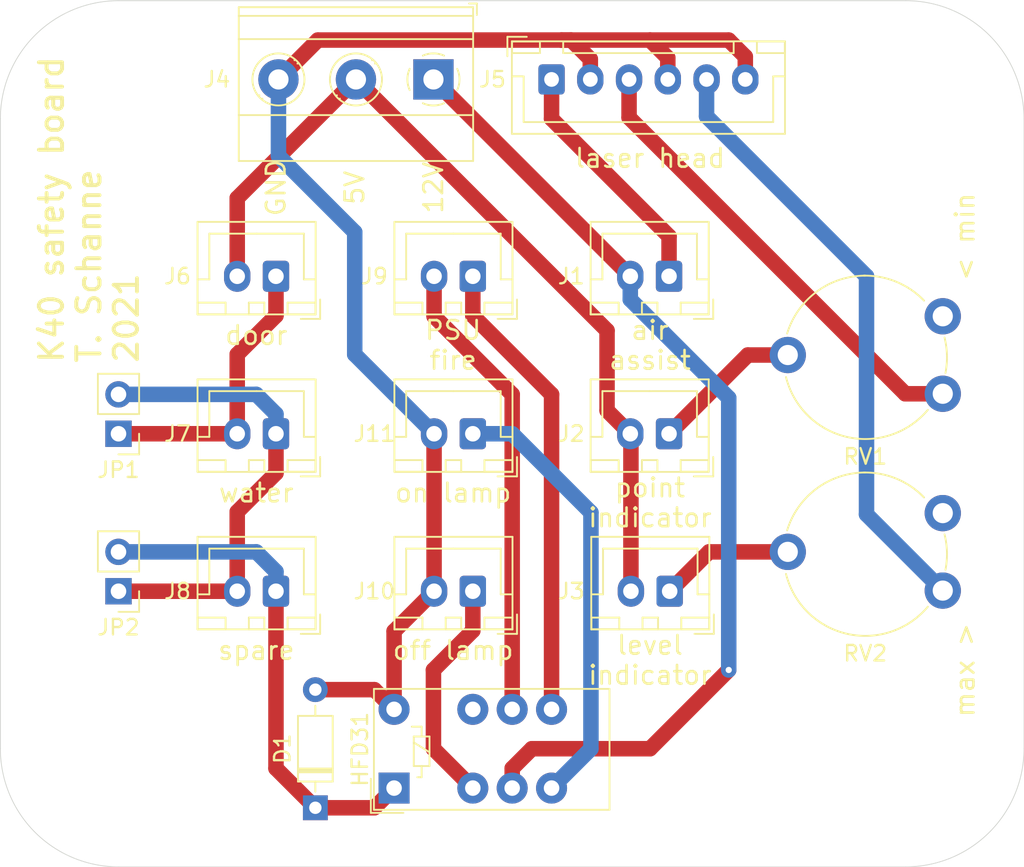
<source format=kicad_pcb>
(kicad_pcb (version 20171130) (host pcbnew "(5.1.10)-1")

  (general
    (thickness 1.6)
    (drawings 24)
    (tracks 82)
    (zones 0)
    (modules 21)
    (nets 19)
  )

  (page A4)
  (layers
    (0 F.Cu signal)
    (31 B.Cu signal)
    (32 B.Adhes user hide)
    (33 F.Adhes user hide)
    (34 B.Paste user hide)
    (35 F.Paste user hide)
    (36 B.SilkS user)
    (37 F.SilkS user)
    (38 B.Mask user hide)
    (39 F.Mask user hide)
    (40 Dwgs.User user hide)
    (41 Cmts.User user hide)
    (42 Eco1.User user hide)
    (43 Eco2.User user hide)
    (44 Edge.Cuts user)
    (45 Margin user)
    (46 B.CrtYd user hide)
    (47 F.CrtYd user hide)
    (48 B.Fab user hide)
    (49 F.Fab user hide)
  )

  (setup
    (last_trace_width 1)
    (trace_clearance 0.4)
    (zone_clearance 0.508)
    (zone_45_only no)
    (trace_min 0.2)
    (via_size 0.8)
    (via_drill 0.4)
    (via_min_size 0.4)
    (via_min_drill 0.3)
    (uvia_size 0.3)
    (uvia_drill 0.1)
    (uvias_allowed no)
    (uvia_min_size 0.2)
    (uvia_min_drill 0.1)
    (edge_width 0.05)
    (segment_width 0.2)
    (pcb_text_width 0.3)
    (pcb_text_size 1.5 1.5)
    (mod_edge_width 0.12)
    (mod_text_size 1 1)
    (mod_text_width 0.15)
    (pad_size 4.3 4.3)
    (pad_drill 4.3)
    (pad_to_mask_clearance 0)
    (aux_axis_origin 0 0)
    (visible_elements 7FFFFFFF)
    (pcbplotparams
      (layerselection 0x010fc_ffffffff)
      (usegerberextensions true)
      (usegerberattributes true)
      (usegerberadvancedattributes true)
      (creategerberjobfile true)
      (excludeedgelayer true)
      (linewidth 0.100000)
      (plotframeref false)
      (viasonmask false)
      (mode 1)
      (useauxorigin false)
      (hpglpennumber 1)
      (hpglpenspeed 20)
      (hpglpendiameter 15.000000)
      (psnegative false)
      (psa4output false)
      (plotreference true)
      (plotvalue false)
      (plotinvisibletext false)
      (padsonsilk false)
      (subtractmaskfromsilk true)
      (outputformat 1)
      (mirror false)
      (drillshape 0)
      (scaleselection 1)
      (outputdirectory "gerber/"))
  )

  (net 0 "")
  (net 1 "Net-(D1-Pad1)")
  (net 2 "Net-(D1-Pad2)")
  (net 3 "Net-(HFD31-Pad9)")
  (net 4 "Net-(HFD31-Pad4)")
  (net 5 "Net-(HFD31-Pad10)")
  (net 6 "Net-(HFD31-Pad3)")
  (net 7 "Net-(HFD31-Pad8)")
  (net 8 "Net-(HFD31-Pad5)")
  (net 9 "Net-(J1-Pad1)")
  (net 10 "Net-(J2-Pad2)")
  (net 11 "Net-(J3-Pad1)")
  (net 12 "Net-(J7-Pad1)")
  (net 13 "Net-(RV1-Pad1)")
  (net 14 "Net-(RV2-Pad1)")
  (net 15 "Net-(J5-Pad3)")
  (net 16 "Net-(J5-Pad5)")
  (net 17 "Net-(J6-Pad1)")
  (net 18 "Net-(J2-Pad1)")

  (net_class Default "This is the default net class."
    (clearance 0.4)
    (trace_width 1)
    (via_dia 0.8)
    (via_drill 0.4)
    (uvia_dia 0.3)
    (uvia_drill 0.1)
    (add_net "Net-(D1-Pad1)")
    (add_net "Net-(D1-Pad2)")
    (add_net "Net-(HFD31-Pad10)")
    (add_net "Net-(HFD31-Pad3)")
    (add_net "Net-(HFD31-Pad4)")
    (add_net "Net-(HFD31-Pad5)")
    (add_net "Net-(HFD31-Pad8)")
    (add_net "Net-(HFD31-Pad9)")
    (add_net "Net-(J1-Pad1)")
    (add_net "Net-(J2-Pad1)")
    (add_net "Net-(J2-Pad2)")
    (add_net "Net-(J3-Pad1)")
    (add_net "Net-(J5-Pad3)")
    (add_net "Net-(J5-Pad5)")
    (add_net "Net-(J6-Pad1)")
    (add_net "Net-(J7-Pad1)")
    (add_net "Net-(RV1-Pad1)")
    (add_net "Net-(RV2-Pad1)")
  )

  (module TerminalBlock_Phoenix:TerminalBlock_Phoenix_MKDS-1,5-3_1x03_P5.00mm_Horizontal (layer F.Cu) (tedit 5B294EE5) (tstamp 613F5139)
    (at 149.86 33.02 180)
    (descr "Terminal Block Phoenix MKDS-1,5-3, 3 pins, pitch 5mm, size 15x9.8mm^2, drill diamater 1.3mm, pad diameter 2.6mm, see http://www.farnell.com/datasheets/100425.pdf, script-generated using https://github.com/pointhi/kicad-footprint-generator/scripts/TerminalBlock_Phoenix")
    (tags "THT Terminal Block Phoenix MKDS-1,5-3 pitch 5mm size 15x9.8mm^2 drill 1.3mm pad 2.6mm")
    (path /613F5D59)
    (fp_text reference J4 (at 13.97 0) (layer F.SilkS)
      (effects (font (size 1 1) (thickness 0.15)))
    )
    (fp_text value Screw_Terminal_01x03 (at 5 5.66) (layer F.Fab)
      (effects (font (size 1 1) (thickness 0.15)))
    )
    (fp_text user %R (at 5 3.2) (layer F.Fab)
      (effects (font (size 1 1) (thickness 0.15)))
    )
    (fp_arc (start 0 0) (end -0.684 1.535) (angle -25) (layer F.SilkS) (width 0.12))
    (fp_arc (start 0 0) (end -1.535 -0.684) (angle -48) (layer F.SilkS) (width 0.12))
    (fp_arc (start 0 0) (end 0.684 -1.535) (angle -48) (layer F.SilkS) (width 0.12))
    (fp_arc (start 0 0) (end 1.535 0.684) (angle -48) (layer F.SilkS) (width 0.12))
    (fp_arc (start 0 0) (end 0 1.68) (angle -24) (layer F.SilkS) (width 0.12))
    (fp_circle (center 0 0) (end 1.5 0) (layer F.Fab) (width 0.1))
    (fp_circle (center 5 0) (end 6.5 0) (layer F.Fab) (width 0.1))
    (fp_circle (center 5 0) (end 6.68 0) (layer F.SilkS) (width 0.12))
    (fp_circle (center 10 0) (end 11.5 0) (layer F.Fab) (width 0.1))
    (fp_circle (center 10 0) (end 11.68 0) (layer F.SilkS) (width 0.12))
    (fp_line (start -2.5 -5.2) (end 12.5 -5.2) (layer F.Fab) (width 0.1))
    (fp_line (start 12.5 -5.2) (end 12.5 4.6) (layer F.Fab) (width 0.1))
    (fp_line (start 12.5 4.6) (end -2 4.6) (layer F.Fab) (width 0.1))
    (fp_line (start -2 4.6) (end -2.5 4.1) (layer F.Fab) (width 0.1))
    (fp_line (start -2.5 4.1) (end -2.5 -5.2) (layer F.Fab) (width 0.1))
    (fp_line (start -2.5 4.1) (end 12.5 4.1) (layer F.Fab) (width 0.1))
    (fp_line (start -2.56 4.1) (end 12.56 4.1) (layer F.SilkS) (width 0.12))
    (fp_line (start -2.5 2.6) (end 12.5 2.6) (layer F.Fab) (width 0.1))
    (fp_line (start -2.56 2.6) (end 12.56 2.6) (layer F.SilkS) (width 0.12))
    (fp_line (start -2.5 -2.3) (end 12.5 -2.3) (layer F.Fab) (width 0.1))
    (fp_line (start -2.56 -2.301) (end 12.56 -2.301) (layer F.SilkS) (width 0.12))
    (fp_line (start -2.56 -5.261) (end 12.56 -5.261) (layer F.SilkS) (width 0.12))
    (fp_line (start -2.56 4.66) (end 12.56 4.66) (layer F.SilkS) (width 0.12))
    (fp_line (start -2.56 -5.261) (end -2.56 4.66) (layer F.SilkS) (width 0.12))
    (fp_line (start 12.56 -5.261) (end 12.56 4.66) (layer F.SilkS) (width 0.12))
    (fp_line (start 1.138 -0.955) (end -0.955 1.138) (layer F.Fab) (width 0.1))
    (fp_line (start 0.955 -1.138) (end -1.138 0.955) (layer F.Fab) (width 0.1))
    (fp_line (start 6.138 -0.955) (end 4.046 1.138) (layer F.Fab) (width 0.1))
    (fp_line (start 5.955 -1.138) (end 3.863 0.955) (layer F.Fab) (width 0.1))
    (fp_line (start 6.275 -1.069) (end 6.228 -1.023) (layer F.SilkS) (width 0.12))
    (fp_line (start 3.966 1.239) (end 3.931 1.274) (layer F.SilkS) (width 0.12))
    (fp_line (start 6.07 -1.275) (end 6.035 -1.239) (layer F.SilkS) (width 0.12))
    (fp_line (start 3.773 1.023) (end 3.726 1.069) (layer F.SilkS) (width 0.12))
    (fp_line (start 11.138 -0.955) (end 9.046 1.138) (layer F.Fab) (width 0.1))
    (fp_line (start 10.955 -1.138) (end 8.863 0.955) (layer F.Fab) (width 0.1))
    (fp_line (start 11.275 -1.069) (end 11.228 -1.023) (layer F.SilkS) (width 0.12))
    (fp_line (start 8.966 1.239) (end 8.931 1.274) (layer F.SilkS) (width 0.12))
    (fp_line (start 11.07 -1.275) (end 11.035 -1.239) (layer F.SilkS) (width 0.12))
    (fp_line (start 8.773 1.023) (end 8.726 1.069) (layer F.SilkS) (width 0.12))
    (fp_line (start -2.8 4.16) (end -2.8 4.9) (layer F.SilkS) (width 0.12))
    (fp_line (start -2.8 4.9) (end -2.3 4.9) (layer F.SilkS) (width 0.12))
    (fp_line (start -3 -5.71) (end -3 5.1) (layer F.CrtYd) (width 0.05))
    (fp_line (start -3 5.1) (end 13 5.1) (layer F.CrtYd) (width 0.05))
    (fp_line (start 13 5.1) (end 13 -5.71) (layer F.CrtYd) (width 0.05))
    (fp_line (start 13 -5.71) (end -3 -5.71) (layer F.CrtYd) (width 0.05))
    (pad 3 thru_hole circle (at 10 0 180) (size 2.6 2.6) (drill 1.3) (layers *.Cu *.Mask)
      (net 2 "Net-(D1-Pad2)"))
    (pad 2 thru_hole circle (at 5 0 180) (size 2.6 2.6) (drill 1.3) (layers *.Cu *.Mask)
      (net 10 "Net-(J2-Pad2)"))
    (pad 1 thru_hole rect (at 0 0 180) (size 2.6 2.6) (drill 1.3) (layers *.Cu *.Mask)
      (net 4 "Net-(HFD31-Pad4)"))
    (model ${KISYS3DMOD}/TerminalBlock_Phoenix.3dshapes/TerminalBlock_Phoenix_MKDS-1,5-3_1x03_P5.00mm_Horizontal.wrl
      (at (xyz 0 0 0))
      (scale (xyz 1 1 1))
      (rotate (xyz 0 0 0))
    )
  )

  (module MountingHole:MountingHole_4.3mm_M4 (layer F.Cu) (tedit 56D1B4CB) (tstamp 613FCF70)
    (at 180.34 76.2)
    (descr "Mounting Hole 4.3mm, no annular, M4")
    (tags "mounting hole 4.3mm no annular m4")
    (attr virtual)
    (fp_text reference REF** (at 0 -5.3) (layer F.SilkS) hide
      (effects (font (size 1 1) (thickness 0.15)))
    )
    (fp_text value MountingHole_4.3mm_M4 (at 0 5.3) (layer F.Fab)
      (effects (font (size 1 1) (thickness 0.15)))
    )
    (fp_text user %R (at 0.3 0) (layer F.Fab)
      (effects (font (size 1 1) (thickness 0.15)))
    )
    (fp_circle (center 0 0) (end 4.3 0) (layer Cmts.User) (width 0.15))
    (fp_circle (center 0 0) (end 4.55 0) (layer F.CrtYd) (width 0.05))
    (pad 1 np_thru_hole circle (at 0 0) (size 4.3 4.3) (drill 4.3) (layers *.Cu *.Mask))
  )

  (module MountingHole:MountingHole_4.3mm_M4 (layer F.Cu) (tedit 56D1B4CB) (tstamp 613FCF4C)
    (at 129.54 76.2)
    (descr "Mounting Hole 4.3mm, no annular, M4")
    (tags "mounting hole 4.3mm no annular m4")
    (attr virtual)
    (fp_text reference REF** (at 0 -5.3) (layer F.SilkS) hide
      (effects (font (size 1 1) (thickness 0.15)))
    )
    (fp_text value MountingHole_4.3mm_M4 (at 0 5.3) (layer F.Fab)
      (effects (font (size 1 1) (thickness 0.15)))
    )
    (fp_text user %R (at 0.3 0) (layer F.Fab)
      (effects (font (size 1 1) (thickness 0.15)))
    )
    (fp_circle (center 0 0) (end 4.3 0) (layer Cmts.User) (width 0.15))
    (fp_circle (center 0 0) (end 4.55 0) (layer F.CrtYd) (width 0.05))
    (pad 1 np_thru_hole circle (at 0 0) (size 4.3 4.3) (drill 4.3) (layers *.Cu *.Mask))
  )

  (module MountingHole:MountingHole_4.3mm_M4 (layer F.Cu) (tedit 56D1B4CB) (tstamp 613FCF28)
    (at 129.54 35.56)
    (descr "Mounting Hole 4.3mm, no annular, M4")
    (tags "mounting hole 4.3mm no annular m4")
    (attr virtual)
    (fp_text reference REF** (at 0 -5.3) (layer F.SilkS) hide
      (effects (font (size 1 1) (thickness 0.15)))
    )
    (fp_text value MountingHole_4.3mm_M4 (at 0 5.3) (layer F.Fab)
      (effects (font (size 1 1) (thickness 0.15)))
    )
    (fp_text user %R (at 0.3 0) (layer F.Fab)
      (effects (font (size 1 1) (thickness 0.15)))
    )
    (fp_circle (center 0 0) (end 4.3 0) (layer Cmts.User) (width 0.15))
    (fp_circle (center 0 0) (end 4.55 0) (layer F.CrtYd) (width 0.05))
    (pad 1 np_thru_hole circle (at 0 0) (size 4.3 4.3) (drill 4.3) (layers *.Cu *.Mask))
  )

  (module MountingHole:MountingHole_4.3mm_M4 (layer F.Cu) (tedit 56D1B4CB) (tstamp 613FCB25)
    (at 180.34 35.56)
    (descr "Mounting Hole 4.3mm, no annular, M4")
    (tags "mounting hole 4.3mm no annular m4")
    (attr virtual)
    (fp_text reference REF** (at 0 -5.3) (layer F.SilkS) hide
      (effects (font (size 1 1) (thickness 0.15)))
    )
    (fp_text value MountingHole_4.3mm_M4 (at 0 5.3) (layer F.Fab)
      (effects (font (size 1 1) (thickness 0.15)))
    )
    (fp_text user %R (at 0 0) (layer F.Fab)
      (effects (font (size 1 1) (thickness 0.15)))
    )
    (fp_circle (center 0 0) (end 4.3 0) (layer Cmts.User) (width 0.15))
    (fp_circle (center 0 0) (end 4.55 0) (layer F.CrtYd) (width 0.05))
    (pad 1 np_thru_hole circle (at 0 0) (size 4.3 4.3) (drill 4.3) (layers *.Cu *.Mask))
  )

  (module Connector_JST:JST_XH_B6B-XH-A_1x06_P2.50mm_Vertical (layer F.Cu) (tedit 5C28146C) (tstamp 613FC959)
    (at 157.48 33.02)
    (descr "JST XH series connector, B6B-XH-A (http://www.jst-mfg.com/product/pdf/eng/eXH.pdf), generated with kicad-footprint-generator")
    (tags "connector JST XH vertical")
    (path /613F30CB)
    (fp_text reference J5 (at -3.81 0) (layer F.SilkS)
      (effects (font (size 1 1) (thickness 0.15)))
    )
    (fp_text value Conn_01x06 (at 6.25 4.6) (layer F.Fab)
      (effects (font (size 1 1) (thickness 0.15)))
    )
    (fp_text user %R (at 6.25 2.7) (layer F.Fab)
      (effects (font (size 1 1) (thickness 0.15)))
    )
    (fp_line (start -2.45 -2.35) (end -2.45 3.4) (layer F.Fab) (width 0.1))
    (fp_line (start -2.45 3.4) (end 14.95 3.4) (layer F.Fab) (width 0.1))
    (fp_line (start 14.95 3.4) (end 14.95 -2.35) (layer F.Fab) (width 0.1))
    (fp_line (start 14.95 -2.35) (end -2.45 -2.35) (layer F.Fab) (width 0.1))
    (fp_line (start -2.56 -2.46) (end -2.56 3.51) (layer F.SilkS) (width 0.12))
    (fp_line (start -2.56 3.51) (end 15.06 3.51) (layer F.SilkS) (width 0.12))
    (fp_line (start 15.06 3.51) (end 15.06 -2.46) (layer F.SilkS) (width 0.12))
    (fp_line (start 15.06 -2.46) (end -2.56 -2.46) (layer F.SilkS) (width 0.12))
    (fp_line (start -2.95 -2.85) (end -2.95 3.9) (layer F.CrtYd) (width 0.05))
    (fp_line (start -2.95 3.9) (end 15.45 3.9) (layer F.CrtYd) (width 0.05))
    (fp_line (start 15.45 3.9) (end 15.45 -2.85) (layer F.CrtYd) (width 0.05))
    (fp_line (start 15.45 -2.85) (end -2.95 -2.85) (layer F.CrtYd) (width 0.05))
    (fp_line (start -0.625 -2.35) (end 0 -1.35) (layer F.Fab) (width 0.1))
    (fp_line (start 0 -1.35) (end 0.625 -2.35) (layer F.Fab) (width 0.1))
    (fp_line (start 0.75 -2.45) (end 0.75 -1.7) (layer F.SilkS) (width 0.12))
    (fp_line (start 0.75 -1.7) (end 11.75 -1.7) (layer F.SilkS) (width 0.12))
    (fp_line (start 11.75 -1.7) (end 11.75 -2.45) (layer F.SilkS) (width 0.12))
    (fp_line (start 11.75 -2.45) (end 0.75 -2.45) (layer F.SilkS) (width 0.12))
    (fp_line (start -2.55 -2.45) (end -2.55 -1.7) (layer F.SilkS) (width 0.12))
    (fp_line (start -2.55 -1.7) (end -0.75 -1.7) (layer F.SilkS) (width 0.12))
    (fp_line (start -0.75 -1.7) (end -0.75 -2.45) (layer F.SilkS) (width 0.12))
    (fp_line (start -0.75 -2.45) (end -2.55 -2.45) (layer F.SilkS) (width 0.12))
    (fp_line (start 13.25 -2.45) (end 13.25 -1.7) (layer F.SilkS) (width 0.12))
    (fp_line (start 13.25 -1.7) (end 15.05 -1.7) (layer F.SilkS) (width 0.12))
    (fp_line (start 15.05 -1.7) (end 15.05 -2.45) (layer F.SilkS) (width 0.12))
    (fp_line (start 15.05 -2.45) (end 13.25 -2.45) (layer F.SilkS) (width 0.12))
    (fp_line (start -2.55 -0.2) (end -1.8 -0.2) (layer F.SilkS) (width 0.12))
    (fp_line (start -1.8 -0.2) (end -1.8 2.75) (layer F.SilkS) (width 0.12))
    (fp_line (start -1.8 2.75) (end 6.25 2.75) (layer F.SilkS) (width 0.12))
    (fp_line (start 15.05 -0.2) (end 14.3 -0.2) (layer F.SilkS) (width 0.12))
    (fp_line (start 14.3 -0.2) (end 14.3 2.75) (layer F.SilkS) (width 0.12))
    (fp_line (start 14.3 2.75) (end 6.25 2.75) (layer F.SilkS) (width 0.12))
    (fp_line (start -1.6 -2.75) (end -2.85 -2.75) (layer F.SilkS) (width 0.12))
    (fp_line (start -2.85 -2.75) (end -2.85 -1.5) (layer F.SilkS) (width 0.12))
    (pad 6 thru_hole oval (at 12.5 0) (size 1.7 1.95) (drill 0.95) (layers *.Cu *.Mask)
      (net 2 "Net-(D1-Pad2)"))
    (pad 5 thru_hole oval (at 10 0) (size 1.7 1.95) (drill 0.95) (layers *.Cu *.Mask)
      (net 16 "Net-(J5-Pad5)"))
    (pad 4 thru_hole oval (at 7.5 0) (size 1.7 1.95) (drill 0.95) (layers *.Cu *.Mask)
      (net 2 "Net-(D1-Pad2)"))
    (pad 3 thru_hole oval (at 5 0) (size 1.7 1.95) (drill 0.95) (layers *.Cu *.Mask)
      (net 15 "Net-(J5-Pad3)"))
    (pad 2 thru_hole oval (at 2.5 0) (size 1.7 1.95) (drill 0.95) (layers *.Cu *.Mask)
      (net 2 "Net-(D1-Pad2)"))
    (pad 1 thru_hole roundrect (at 0 0) (size 1.7 1.95) (drill 0.95) (layers *.Cu *.Mask) (roundrect_rratio 0.147059)
      (net 9 "Net-(J1-Pad1)"))
    (model ${KISYS3DMOD}/Connector_JST.3dshapes/JST_XH_B6B-XH-A_1x06_P2.50mm_Vertical.wrl
      (at (xyz 0 0 0))
      (scale (xyz 1 1 1))
      (rotate (xyz 0 0 0))
    )
  )

  (module Diode_THT:D_DO-35_SOD27_P7.62mm_Horizontal (layer F.Cu) (tedit 5AE50CD5) (tstamp 613F4F8F)
    (at 142.24 80.01 90)
    (descr "Diode, DO-35_SOD27 series, Axial, Horizontal, pin pitch=7.62mm, , length*diameter=4*2mm^2, , http://www.diodes.com/_files/packages/DO-35.pdf")
    (tags "Diode DO-35_SOD27 series Axial Horizontal pin pitch 7.62mm  length 4mm diameter 2mm")
    (path /6140F488)
    (fp_text reference D1 (at 3.81 -2.12 90) (layer F.SilkS)
      (effects (font (size 1 1) (thickness 0.15)))
    )
    (fp_text value 1N4148 (at 3.81 2.12 90) (layer F.Fab)
      (effects (font (size 1 1) (thickness 0.15)))
    )
    (fp_text user K (at 0 -1.8 90) (layer F.SilkS) hide
      (effects (font (size 1 1) (thickness 0.15)))
    )
    (fp_text user K (at 0 -1.8 90) (layer F.Fab)
      (effects (font (size 1 1) (thickness 0.15)))
    )
    (fp_text user %R (at 4.11 0 90) (layer F.Fab)
      (effects (font (size 0.8 0.8) (thickness 0.12)))
    )
    (fp_line (start 1.81 -1) (end 1.81 1) (layer F.Fab) (width 0.1))
    (fp_line (start 1.81 1) (end 5.81 1) (layer F.Fab) (width 0.1))
    (fp_line (start 5.81 1) (end 5.81 -1) (layer F.Fab) (width 0.1))
    (fp_line (start 5.81 -1) (end 1.81 -1) (layer F.Fab) (width 0.1))
    (fp_line (start 0 0) (end 1.81 0) (layer F.Fab) (width 0.1))
    (fp_line (start 7.62 0) (end 5.81 0) (layer F.Fab) (width 0.1))
    (fp_line (start 2.41 -1) (end 2.41 1) (layer F.Fab) (width 0.1))
    (fp_line (start 2.51 -1) (end 2.51 1) (layer F.Fab) (width 0.1))
    (fp_line (start 2.31 -1) (end 2.31 1) (layer F.Fab) (width 0.1))
    (fp_line (start 1.69 -1.12) (end 1.69 1.12) (layer F.SilkS) (width 0.12))
    (fp_line (start 1.69 1.12) (end 5.93 1.12) (layer F.SilkS) (width 0.12))
    (fp_line (start 5.93 1.12) (end 5.93 -1.12) (layer F.SilkS) (width 0.12))
    (fp_line (start 5.93 -1.12) (end 1.69 -1.12) (layer F.SilkS) (width 0.12))
    (fp_line (start 1.04 0) (end 1.69 0) (layer F.SilkS) (width 0.12))
    (fp_line (start 6.58 0) (end 5.93 0) (layer F.SilkS) (width 0.12))
    (fp_line (start 2.41 -1.12) (end 2.41 1.12) (layer F.SilkS) (width 0.12))
    (fp_line (start 2.53 -1.12) (end 2.53 1.12) (layer F.SilkS) (width 0.12))
    (fp_line (start 2.29 -1.12) (end 2.29 1.12) (layer F.SilkS) (width 0.12))
    (fp_line (start -1.05 -1.25) (end -1.05 1.25) (layer F.CrtYd) (width 0.05))
    (fp_line (start -1.05 1.25) (end 8.67 1.25) (layer F.CrtYd) (width 0.05))
    (fp_line (start 8.67 1.25) (end 8.67 -1.25) (layer F.CrtYd) (width 0.05))
    (fp_line (start 8.67 -1.25) (end -1.05 -1.25) (layer F.CrtYd) (width 0.05))
    (pad 2 thru_hole oval (at 7.62 0 90) (size 1.6 1.6) (drill 0.8) (layers *.Cu *.Mask)
      (net 2 "Net-(D1-Pad2)"))
    (pad 1 thru_hole rect (at 0 0 90) (size 1.6 1.6) (drill 0.8) (layers *.Cu *.Mask)
      (net 1 "Net-(D1-Pad1)"))
    (model ${KISYS3DMOD}/Diode_THT.3dshapes/D_DO-35_SOD27_P7.62mm_Horizontal.wrl
      (at (xyz 0 0 0))
      (scale (xyz 1 1 1))
      (rotate (xyz 0 0 0))
    )
  )

  (module Connector_JST:JST_XH_B2B-XH-A_1x02_P2.50mm_Vertical (layer F.Cu) (tedit 5C28146C) (tstamp 613F4C26)
    (at 165.06 45.72 180)
    (descr "JST XH series connector, B2B-XH-A (http://www.jst-mfg.com/product/pdf/eng/eXH.pdf), generated with kicad-footprint-generator")
    (tags "connector JST XH vertical")
    (path /613F0A02)
    (fp_text reference J1 (at 6.31 0) (layer F.SilkS)
      (effects (font (size 1 1) (thickness 0.15)))
    )
    (fp_text value Conn_01x02 (at 1.25 4.6) (layer F.Fab)
      (effects (font (size 1 1) (thickness 0.15)))
    )
    (fp_text user %R (at 1.25 2.7) (layer F.Fab)
      (effects (font (size 1 1) (thickness 0.15)))
    )
    (fp_line (start -2.45 -2.35) (end -2.45 3.4) (layer F.Fab) (width 0.1))
    (fp_line (start -2.45 3.4) (end 4.95 3.4) (layer F.Fab) (width 0.1))
    (fp_line (start 4.95 3.4) (end 4.95 -2.35) (layer F.Fab) (width 0.1))
    (fp_line (start 4.95 -2.35) (end -2.45 -2.35) (layer F.Fab) (width 0.1))
    (fp_line (start -2.56 -2.46) (end -2.56 3.51) (layer F.SilkS) (width 0.12))
    (fp_line (start -2.56 3.51) (end 5.06 3.51) (layer F.SilkS) (width 0.12))
    (fp_line (start 5.06 3.51) (end 5.06 -2.46) (layer F.SilkS) (width 0.12))
    (fp_line (start 5.06 -2.46) (end -2.56 -2.46) (layer F.SilkS) (width 0.12))
    (fp_line (start -2.95 -2.85) (end -2.95 3.9) (layer F.CrtYd) (width 0.05))
    (fp_line (start -2.95 3.9) (end 5.45 3.9) (layer F.CrtYd) (width 0.05))
    (fp_line (start 5.45 3.9) (end 5.45 -2.85) (layer F.CrtYd) (width 0.05))
    (fp_line (start 5.45 -2.85) (end -2.95 -2.85) (layer F.CrtYd) (width 0.05))
    (fp_line (start -0.625 -2.35) (end 0 -1.35) (layer F.Fab) (width 0.1))
    (fp_line (start 0 -1.35) (end 0.625 -2.35) (layer F.Fab) (width 0.1))
    (fp_line (start 0.75 -2.45) (end 0.75 -1.7) (layer F.SilkS) (width 0.12))
    (fp_line (start 0.75 -1.7) (end 1.75 -1.7) (layer F.SilkS) (width 0.12))
    (fp_line (start 1.75 -1.7) (end 1.75 -2.45) (layer F.SilkS) (width 0.12))
    (fp_line (start 1.75 -2.45) (end 0.75 -2.45) (layer F.SilkS) (width 0.12))
    (fp_line (start -2.55 -2.45) (end -2.55 -1.7) (layer F.SilkS) (width 0.12))
    (fp_line (start -2.55 -1.7) (end -0.75 -1.7) (layer F.SilkS) (width 0.12))
    (fp_line (start -0.75 -1.7) (end -0.75 -2.45) (layer F.SilkS) (width 0.12))
    (fp_line (start -0.75 -2.45) (end -2.55 -2.45) (layer F.SilkS) (width 0.12))
    (fp_line (start 3.25 -2.45) (end 3.25 -1.7) (layer F.SilkS) (width 0.12))
    (fp_line (start 3.25 -1.7) (end 5.05 -1.7) (layer F.SilkS) (width 0.12))
    (fp_line (start 5.05 -1.7) (end 5.05 -2.45) (layer F.SilkS) (width 0.12))
    (fp_line (start 5.05 -2.45) (end 3.25 -2.45) (layer F.SilkS) (width 0.12))
    (fp_line (start -2.55 -0.2) (end -1.8 -0.2) (layer F.SilkS) (width 0.12))
    (fp_line (start -1.8 -0.2) (end -1.8 2.75) (layer F.SilkS) (width 0.12))
    (fp_line (start -1.8 2.75) (end 1.25 2.75) (layer F.SilkS) (width 0.12))
    (fp_line (start 5.05 -0.2) (end 4.3 -0.2) (layer F.SilkS) (width 0.12))
    (fp_line (start 4.3 -0.2) (end 4.3 2.75) (layer F.SilkS) (width 0.12))
    (fp_line (start 4.3 2.75) (end 1.25 2.75) (layer F.SilkS) (width 0.12))
    (fp_line (start -1.6 -2.75) (end -2.85 -2.75) (layer F.SilkS) (width 0.12))
    (fp_line (start -2.85 -2.75) (end -2.85 -1.5) (layer F.SilkS) (width 0.12))
    (pad 2 thru_hole oval (at 2.5 0 180) (size 1.7 2) (drill 1) (layers *.Cu *.Mask)
      (net 4 "Net-(HFD31-Pad4)"))
    (pad 1 thru_hole roundrect (at 0 0 180) (size 1.7 2) (drill 1) (layers *.Cu *.Mask) (roundrect_rratio 0.147059)
      (net 9 "Net-(J1-Pad1)"))
    (model ${KISYS3DMOD}/Connector_JST.3dshapes/JST_XH_B2B-XH-A_1x02_P2.50mm_Vertical.wrl
      (at (xyz 0 0 0))
      (scale (xyz 1 1 1))
      (rotate (xyz 0 0 0))
    )
  )

  (module Connector_JST:JST_XH_B2B-XH-A_1x02_P2.50mm_Vertical (layer F.Cu) (tedit 5C28146C) (tstamp 613F8D69)
    (at 165.06 55.88 180)
    (descr "JST XH series connector, B2B-XH-A (http://www.jst-mfg.com/product/pdf/eng/eXH.pdf), generated with kicad-footprint-generator")
    (tags "connector JST XH vertical")
    (path /613F1451)
    (fp_text reference J2 (at 6.31 0) (layer F.SilkS)
      (effects (font (size 1 1) (thickness 0.15)))
    )
    (fp_text value Conn_01x02 (at 1.25 4.6) (layer F.Fab)
      (effects (font (size 1 1) (thickness 0.15)))
    )
    (fp_text user %R (at 1.25 2.7) (layer F.Fab)
      (effects (font (size 1 1) (thickness 0.15)))
    )
    (fp_line (start -2.45 -2.35) (end -2.45 3.4) (layer F.Fab) (width 0.1))
    (fp_line (start -2.45 3.4) (end 4.95 3.4) (layer F.Fab) (width 0.1))
    (fp_line (start 4.95 3.4) (end 4.95 -2.35) (layer F.Fab) (width 0.1))
    (fp_line (start 4.95 -2.35) (end -2.45 -2.35) (layer F.Fab) (width 0.1))
    (fp_line (start -2.56 -2.46) (end -2.56 3.51) (layer F.SilkS) (width 0.12))
    (fp_line (start -2.56 3.51) (end 5.06 3.51) (layer F.SilkS) (width 0.12))
    (fp_line (start 5.06 3.51) (end 5.06 -2.46) (layer F.SilkS) (width 0.12))
    (fp_line (start 5.06 -2.46) (end -2.56 -2.46) (layer F.SilkS) (width 0.12))
    (fp_line (start -2.95 -2.85) (end -2.95 3.9) (layer F.CrtYd) (width 0.05))
    (fp_line (start -2.95 3.9) (end 5.45 3.9) (layer F.CrtYd) (width 0.05))
    (fp_line (start 5.45 3.9) (end 5.45 -2.85) (layer F.CrtYd) (width 0.05))
    (fp_line (start 5.45 -2.85) (end -2.95 -2.85) (layer F.CrtYd) (width 0.05))
    (fp_line (start -0.625 -2.35) (end 0 -1.35) (layer F.Fab) (width 0.1))
    (fp_line (start 0 -1.35) (end 0.625 -2.35) (layer F.Fab) (width 0.1))
    (fp_line (start 0.75 -2.45) (end 0.75 -1.7) (layer F.SilkS) (width 0.12))
    (fp_line (start 0.75 -1.7) (end 1.75 -1.7) (layer F.SilkS) (width 0.12))
    (fp_line (start 1.75 -1.7) (end 1.75 -2.45) (layer F.SilkS) (width 0.12))
    (fp_line (start 1.75 -2.45) (end 0.75 -2.45) (layer F.SilkS) (width 0.12))
    (fp_line (start -2.55 -2.45) (end -2.55 -1.7) (layer F.SilkS) (width 0.12))
    (fp_line (start -2.55 -1.7) (end -0.75 -1.7) (layer F.SilkS) (width 0.12))
    (fp_line (start -0.75 -1.7) (end -0.75 -2.45) (layer F.SilkS) (width 0.12))
    (fp_line (start -0.75 -2.45) (end -2.55 -2.45) (layer F.SilkS) (width 0.12))
    (fp_line (start 3.25 -2.45) (end 3.25 -1.7) (layer F.SilkS) (width 0.12))
    (fp_line (start 3.25 -1.7) (end 5.05 -1.7) (layer F.SilkS) (width 0.12))
    (fp_line (start 5.05 -1.7) (end 5.05 -2.45) (layer F.SilkS) (width 0.12))
    (fp_line (start 5.05 -2.45) (end 3.25 -2.45) (layer F.SilkS) (width 0.12))
    (fp_line (start -2.55 -0.2) (end -1.8 -0.2) (layer F.SilkS) (width 0.12))
    (fp_line (start -1.8 -0.2) (end -1.8 2.75) (layer F.SilkS) (width 0.12))
    (fp_line (start -1.8 2.75) (end 1.25 2.75) (layer F.SilkS) (width 0.12))
    (fp_line (start 5.05 -0.2) (end 4.3 -0.2) (layer F.SilkS) (width 0.12))
    (fp_line (start 4.3 -0.2) (end 4.3 2.75) (layer F.SilkS) (width 0.12))
    (fp_line (start 4.3 2.75) (end 1.25 2.75) (layer F.SilkS) (width 0.12))
    (fp_line (start -1.6 -2.75) (end -2.85 -2.75) (layer F.SilkS) (width 0.12))
    (fp_line (start -2.85 -2.75) (end -2.85 -1.5) (layer F.SilkS) (width 0.12))
    (pad 2 thru_hole oval (at 2.5 0 180) (size 1.7 2) (drill 1) (layers *.Cu *.Mask)
      (net 10 "Net-(J2-Pad2)"))
    (pad 1 thru_hole roundrect (at 0 0 180) (size 1.7 2) (drill 1) (layers *.Cu *.Mask) (roundrect_rratio 0.147059)
      (net 18 "Net-(J2-Pad1)"))
    (model ${KISYS3DMOD}/Connector_JST.3dshapes/JST_XH_B2B-XH-A_1x02_P2.50mm_Vertical.wrl
      (at (xyz 0 0 0))
      (scale (xyz 1 1 1))
      (rotate (xyz 0 0 0))
    )
  )

  (module Connector_JST:JST_XH_B2B-XH-A_1x02_P2.50mm_Vertical (layer F.Cu) (tedit 5C28146C) (tstamp 613F804E)
    (at 165.1 66.04 180)
    (descr "JST XH series connector, B2B-XH-A (http://www.jst-mfg.com/product/pdf/eng/eXH.pdf), generated with kicad-footprint-generator")
    (tags "connector JST XH vertical")
    (path /613F1B3D)
    (fp_text reference J3 (at 6.35 0) (layer F.SilkS)
      (effects (font (size 1 1) (thickness 0.15)))
    )
    (fp_text value Conn_01x02 (at 1.25 4.6) (layer F.Fab)
      (effects (font (size 1 1) (thickness 0.15)))
    )
    (fp_text user %R (at 1.25 2.7) (layer F.Fab)
      (effects (font (size 1 1) (thickness 0.15)))
    )
    (fp_line (start -2.45 -2.35) (end -2.45 3.4) (layer F.Fab) (width 0.1))
    (fp_line (start -2.45 3.4) (end 4.95 3.4) (layer F.Fab) (width 0.1))
    (fp_line (start 4.95 3.4) (end 4.95 -2.35) (layer F.Fab) (width 0.1))
    (fp_line (start 4.95 -2.35) (end -2.45 -2.35) (layer F.Fab) (width 0.1))
    (fp_line (start -2.56 -2.46) (end -2.56 3.51) (layer F.SilkS) (width 0.12))
    (fp_line (start -2.56 3.51) (end 5.06 3.51) (layer F.SilkS) (width 0.12))
    (fp_line (start 5.06 3.51) (end 5.06 -2.46) (layer F.SilkS) (width 0.12))
    (fp_line (start 5.06 -2.46) (end -2.56 -2.46) (layer F.SilkS) (width 0.12))
    (fp_line (start -2.95 -2.85) (end -2.95 3.9) (layer F.CrtYd) (width 0.05))
    (fp_line (start -2.95 3.9) (end 5.45 3.9) (layer F.CrtYd) (width 0.05))
    (fp_line (start 5.45 3.9) (end 5.45 -2.85) (layer F.CrtYd) (width 0.05))
    (fp_line (start 5.45 -2.85) (end -2.95 -2.85) (layer F.CrtYd) (width 0.05))
    (fp_line (start -0.625 -2.35) (end 0 -1.35) (layer F.Fab) (width 0.1))
    (fp_line (start 0 -1.35) (end 0.625 -2.35) (layer F.Fab) (width 0.1))
    (fp_line (start 0.75 -2.45) (end 0.75 -1.7) (layer F.SilkS) (width 0.12))
    (fp_line (start 0.75 -1.7) (end 1.75 -1.7) (layer F.SilkS) (width 0.12))
    (fp_line (start 1.75 -1.7) (end 1.75 -2.45) (layer F.SilkS) (width 0.12))
    (fp_line (start 1.75 -2.45) (end 0.75 -2.45) (layer F.SilkS) (width 0.12))
    (fp_line (start -2.55 -2.45) (end -2.55 -1.7) (layer F.SilkS) (width 0.12))
    (fp_line (start -2.55 -1.7) (end -0.75 -1.7) (layer F.SilkS) (width 0.12))
    (fp_line (start -0.75 -1.7) (end -0.75 -2.45) (layer F.SilkS) (width 0.12))
    (fp_line (start -0.75 -2.45) (end -2.55 -2.45) (layer F.SilkS) (width 0.12))
    (fp_line (start 3.25 -2.45) (end 3.25 -1.7) (layer F.SilkS) (width 0.12))
    (fp_line (start 3.25 -1.7) (end 5.05 -1.7) (layer F.SilkS) (width 0.12))
    (fp_line (start 5.05 -1.7) (end 5.05 -2.45) (layer F.SilkS) (width 0.12))
    (fp_line (start 5.05 -2.45) (end 3.25 -2.45) (layer F.SilkS) (width 0.12))
    (fp_line (start -2.55 -0.2) (end -1.8 -0.2) (layer F.SilkS) (width 0.12))
    (fp_line (start -1.8 -0.2) (end -1.8 2.75) (layer F.SilkS) (width 0.12))
    (fp_line (start -1.8 2.75) (end 1.25 2.75) (layer F.SilkS) (width 0.12))
    (fp_line (start 5.05 -0.2) (end 4.3 -0.2) (layer F.SilkS) (width 0.12))
    (fp_line (start 4.3 -0.2) (end 4.3 2.75) (layer F.SilkS) (width 0.12))
    (fp_line (start 4.3 2.75) (end 1.25 2.75) (layer F.SilkS) (width 0.12))
    (fp_line (start -1.6 -2.75) (end -2.85 -2.75) (layer F.SilkS) (width 0.12))
    (fp_line (start -2.85 -2.75) (end -2.85 -1.5) (layer F.SilkS) (width 0.12))
    (pad 2 thru_hole oval (at 2.5 0 180) (size 1.7 2) (drill 1) (layers *.Cu *.Mask)
      (net 10 "Net-(J2-Pad2)"))
    (pad 1 thru_hole roundrect (at 0 0 180) (size 1.7 2) (drill 1) (layers *.Cu *.Mask) (roundrect_rratio 0.147059)
      (net 11 "Net-(J3-Pad1)"))
    (model ${KISYS3DMOD}/Connector_JST.3dshapes/JST_XH_B2B-XH-A_1x02_P2.50mm_Vertical.wrl
      (at (xyz 0 0 0))
      (scale (xyz 1 1 1))
      (rotate (xyz 0 0 0))
    )
  )

  (module Connector_JST:JST_XH_B2B-XH-A_1x02_P2.50mm_Vertical (layer F.Cu) (tedit 5C28146C) (tstamp 613F80AC)
    (at 139.7 45.72 180)
    (descr "JST XH series connector, B2B-XH-A (http://www.jst-mfg.com/product/pdf/eng/eXH.pdf), generated with kicad-footprint-generator")
    (tags "connector JST XH vertical")
    (path /61404197)
    (fp_text reference J6 (at 6.35 0) (layer F.SilkS)
      (effects (font (size 1 1) (thickness 0.15)))
    )
    (fp_text value Conn_01x02 (at 1.25 4.6) (layer F.Fab)
      (effects (font (size 1 1) (thickness 0.15)))
    )
    (fp_text user %R (at 1.25 2.7) (layer F.Fab)
      (effects (font (size 1 1) (thickness 0.15)))
    )
    (fp_line (start -2.45 -2.35) (end -2.45 3.4) (layer F.Fab) (width 0.1))
    (fp_line (start -2.45 3.4) (end 4.95 3.4) (layer F.Fab) (width 0.1))
    (fp_line (start 4.95 3.4) (end 4.95 -2.35) (layer F.Fab) (width 0.1))
    (fp_line (start 4.95 -2.35) (end -2.45 -2.35) (layer F.Fab) (width 0.1))
    (fp_line (start -2.56 -2.46) (end -2.56 3.51) (layer F.SilkS) (width 0.12))
    (fp_line (start -2.56 3.51) (end 5.06 3.51) (layer F.SilkS) (width 0.12))
    (fp_line (start 5.06 3.51) (end 5.06 -2.46) (layer F.SilkS) (width 0.12))
    (fp_line (start 5.06 -2.46) (end -2.56 -2.46) (layer F.SilkS) (width 0.12))
    (fp_line (start -2.95 -2.85) (end -2.95 3.9) (layer F.CrtYd) (width 0.05))
    (fp_line (start -2.95 3.9) (end 5.45 3.9) (layer F.CrtYd) (width 0.05))
    (fp_line (start 5.45 3.9) (end 5.45 -2.85) (layer F.CrtYd) (width 0.05))
    (fp_line (start 5.45 -2.85) (end -2.95 -2.85) (layer F.CrtYd) (width 0.05))
    (fp_line (start -0.625 -2.35) (end 0 -1.35) (layer F.Fab) (width 0.1))
    (fp_line (start 0 -1.35) (end 0.625 -2.35) (layer F.Fab) (width 0.1))
    (fp_line (start 0.75 -2.45) (end 0.75 -1.7) (layer F.SilkS) (width 0.12))
    (fp_line (start 0.75 -1.7) (end 1.75 -1.7) (layer F.SilkS) (width 0.12))
    (fp_line (start 1.75 -1.7) (end 1.75 -2.45) (layer F.SilkS) (width 0.12))
    (fp_line (start 1.75 -2.45) (end 0.75 -2.45) (layer F.SilkS) (width 0.12))
    (fp_line (start -2.55 -2.45) (end -2.55 -1.7) (layer F.SilkS) (width 0.12))
    (fp_line (start -2.55 -1.7) (end -0.75 -1.7) (layer F.SilkS) (width 0.12))
    (fp_line (start -0.75 -1.7) (end -0.75 -2.45) (layer F.SilkS) (width 0.12))
    (fp_line (start -0.75 -2.45) (end -2.55 -2.45) (layer F.SilkS) (width 0.12))
    (fp_line (start 3.25 -2.45) (end 3.25 -1.7) (layer F.SilkS) (width 0.12))
    (fp_line (start 3.25 -1.7) (end 5.05 -1.7) (layer F.SilkS) (width 0.12))
    (fp_line (start 5.05 -1.7) (end 5.05 -2.45) (layer F.SilkS) (width 0.12))
    (fp_line (start 5.05 -2.45) (end 3.25 -2.45) (layer F.SilkS) (width 0.12))
    (fp_line (start -2.55 -0.2) (end -1.8 -0.2) (layer F.SilkS) (width 0.12))
    (fp_line (start -1.8 -0.2) (end -1.8 2.75) (layer F.SilkS) (width 0.12))
    (fp_line (start -1.8 2.75) (end 1.25 2.75) (layer F.SilkS) (width 0.12))
    (fp_line (start 5.05 -0.2) (end 4.3 -0.2) (layer F.SilkS) (width 0.12))
    (fp_line (start 4.3 -0.2) (end 4.3 2.75) (layer F.SilkS) (width 0.12))
    (fp_line (start 4.3 2.75) (end 1.25 2.75) (layer F.SilkS) (width 0.12))
    (fp_line (start -1.6 -2.75) (end -2.85 -2.75) (layer F.SilkS) (width 0.12))
    (fp_line (start -2.85 -2.75) (end -2.85 -1.5) (layer F.SilkS) (width 0.12))
    (pad 2 thru_hole oval (at 2.5 0 180) (size 1.7 2) (drill 1) (layers *.Cu *.Mask)
      (net 10 "Net-(J2-Pad2)"))
    (pad 1 thru_hole roundrect (at 0 0 180) (size 1.7 2) (drill 1) (layers *.Cu *.Mask) (roundrect_rratio 0.147059)
      (net 17 "Net-(J6-Pad1)"))
    (model ${KISYS3DMOD}/Connector_JST.3dshapes/JST_XH_B2B-XH-A_1x02_P2.50mm_Vertical.wrl
      (at (xyz 0 0 0))
      (scale (xyz 1 1 1))
      (rotate (xyz 0 0 0))
    )
  )

  (module Connector_JST:JST_XH_B2B-XH-A_1x02_P2.50mm_Vertical (layer F.Cu) (tedit 5C28146C) (tstamp 613F4D17)
    (at 139.7 55.88 180)
    (descr "JST XH series connector, B2B-XH-A (http://www.jst-mfg.com/product/pdf/eng/eXH.pdf), generated with kicad-footprint-generator")
    (tags "connector JST XH vertical")
    (path /61404BE4)
    (fp_text reference J7 (at 6.35 0) (layer F.SilkS)
      (effects (font (size 1 1) (thickness 0.15)))
    )
    (fp_text value Conn_01x02 (at 1.25 4.6) (layer F.Fab)
      (effects (font (size 1 1) (thickness 0.15)))
    )
    (fp_text user %R (at 1.25 2.7) (layer F.Fab)
      (effects (font (size 1 1) (thickness 0.15)))
    )
    (fp_line (start -2.45 -2.35) (end -2.45 3.4) (layer F.Fab) (width 0.1))
    (fp_line (start -2.45 3.4) (end 4.95 3.4) (layer F.Fab) (width 0.1))
    (fp_line (start 4.95 3.4) (end 4.95 -2.35) (layer F.Fab) (width 0.1))
    (fp_line (start 4.95 -2.35) (end -2.45 -2.35) (layer F.Fab) (width 0.1))
    (fp_line (start -2.56 -2.46) (end -2.56 3.51) (layer F.SilkS) (width 0.12))
    (fp_line (start -2.56 3.51) (end 5.06 3.51) (layer F.SilkS) (width 0.12))
    (fp_line (start 5.06 3.51) (end 5.06 -2.46) (layer F.SilkS) (width 0.12))
    (fp_line (start 5.06 -2.46) (end -2.56 -2.46) (layer F.SilkS) (width 0.12))
    (fp_line (start -2.95 -2.85) (end -2.95 3.9) (layer F.CrtYd) (width 0.05))
    (fp_line (start -2.95 3.9) (end 5.45 3.9) (layer F.CrtYd) (width 0.05))
    (fp_line (start 5.45 3.9) (end 5.45 -2.85) (layer F.CrtYd) (width 0.05))
    (fp_line (start 5.45 -2.85) (end -2.95 -2.85) (layer F.CrtYd) (width 0.05))
    (fp_line (start -0.625 -2.35) (end 0 -1.35) (layer F.Fab) (width 0.1))
    (fp_line (start 0 -1.35) (end 0.625 -2.35) (layer F.Fab) (width 0.1))
    (fp_line (start 0.75 -2.45) (end 0.75 -1.7) (layer F.SilkS) (width 0.12))
    (fp_line (start 0.75 -1.7) (end 1.75 -1.7) (layer F.SilkS) (width 0.12))
    (fp_line (start 1.75 -1.7) (end 1.75 -2.45) (layer F.SilkS) (width 0.12))
    (fp_line (start 1.75 -2.45) (end 0.75 -2.45) (layer F.SilkS) (width 0.12))
    (fp_line (start -2.55 -2.45) (end -2.55 -1.7) (layer F.SilkS) (width 0.12))
    (fp_line (start -2.55 -1.7) (end -0.75 -1.7) (layer F.SilkS) (width 0.12))
    (fp_line (start -0.75 -1.7) (end -0.75 -2.45) (layer F.SilkS) (width 0.12))
    (fp_line (start -0.75 -2.45) (end -2.55 -2.45) (layer F.SilkS) (width 0.12))
    (fp_line (start 3.25 -2.45) (end 3.25 -1.7) (layer F.SilkS) (width 0.12))
    (fp_line (start 3.25 -1.7) (end 5.05 -1.7) (layer F.SilkS) (width 0.12))
    (fp_line (start 5.05 -1.7) (end 5.05 -2.45) (layer F.SilkS) (width 0.12))
    (fp_line (start 5.05 -2.45) (end 3.25 -2.45) (layer F.SilkS) (width 0.12))
    (fp_line (start -2.55 -0.2) (end -1.8 -0.2) (layer F.SilkS) (width 0.12))
    (fp_line (start -1.8 -0.2) (end -1.8 2.75) (layer F.SilkS) (width 0.12))
    (fp_line (start -1.8 2.75) (end 1.25 2.75) (layer F.SilkS) (width 0.12))
    (fp_line (start 5.05 -0.2) (end 4.3 -0.2) (layer F.SilkS) (width 0.12))
    (fp_line (start 4.3 -0.2) (end 4.3 2.75) (layer F.SilkS) (width 0.12))
    (fp_line (start 4.3 2.75) (end 1.25 2.75) (layer F.SilkS) (width 0.12))
    (fp_line (start -1.6 -2.75) (end -2.85 -2.75) (layer F.SilkS) (width 0.12))
    (fp_line (start -2.85 -2.75) (end -2.85 -1.5) (layer F.SilkS) (width 0.12))
    (pad 2 thru_hole oval (at 2.5 0 180) (size 1.7 2) (drill 1) (layers *.Cu *.Mask)
      (net 17 "Net-(J6-Pad1)"))
    (pad 1 thru_hole roundrect (at 0 0 180) (size 1.7 2) (drill 1) (layers *.Cu *.Mask) (roundrect_rratio 0.147059)
      (net 12 "Net-(J7-Pad1)"))
    (model ${KISYS3DMOD}/Connector_JST.3dshapes/JST_XH_B2B-XH-A_1x02_P2.50mm_Vertical.wrl
      (at (xyz 0 0 0))
      (scale (xyz 1 1 1))
      (rotate (xyz 0 0 0))
    )
  )

  (module Connector_JST:JST_XH_B2B-XH-A_1x02_P2.50mm_Vertical (layer F.Cu) (tedit 5C28146C) (tstamp 613F812B)
    (at 139.7 66.04 180)
    (descr "JST XH series connector, B2B-XH-A (http://www.jst-mfg.com/product/pdf/eng/eXH.pdf), generated with kicad-footprint-generator")
    (tags "connector JST XH vertical")
    (path /61405361)
    (fp_text reference J8 (at 6.35 0) (layer F.SilkS)
      (effects (font (size 1 1) (thickness 0.15)))
    )
    (fp_text value Conn_01x02 (at 1.25 4.6) (layer F.Fab)
      (effects (font (size 1 1) (thickness 0.15)))
    )
    (fp_text user %R (at 1.25 2.7) (layer F.Fab)
      (effects (font (size 1 1) (thickness 0.15)))
    )
    (fp_line (start -2.45 -2.35) (end -2.45 3.4) (layer F.Fab) (width 0.1))
    (fp_line (start -2.45 3.4) (end 4.95 3.4) (layer F.Fab) (width 0.1))
    (fp_line (start 4.95 3.4) (end 4.95 -2.35) (layer F.Fab) (width 0.1))
    (fp_line (start 4.95 -2.35) (end -2.45 -2.35) (layer F.Fab) (width 0.1))
    (fp_line (start -2.56 -2.46) (end -2.56 3.51) (layer F.SilkS) (width 0.12))
    (fp_line (start -2.56 3.51) (end 5.06 3.51) (layer F.SilkS) (width 0.12))
    (fp_line (start 5.06 3.51) (end 5.06 -2.46) (layer F.SilkS) (width 0.12))
    (fp_line (start 5.06 -2.46) (end -2.56 -2.46) (layer F.SilkS) (width 0.12))
    (fp_line (start -2.95 -2.85) (end -2.95 3.9) (layer F.CrtYd) (width 0.05))
    (fp_line (start -2.95 3.9) (end 5.45 3.9) (layer F.CrtYd) (width 0.05))
    (fp_line (start 5.45 3.9) (end 5.45 -2.85) (layer F.CrtYd) (width 0.05))
    (fp_line (start 5.45 -2.85) (end -2.95 -2.85) (layer F.CrtYd) (width 0.05))
    (fp_line (start -0.625 -2.35) (end 0 -1.35) (layer F.Fab) (width 0.1))
    (fp_line (start 0 -1.35) (end 0.625 -2.35) (layer F.Fab) (width 0.1))
    (fp_line (start 0.75 -2.45) (end 0.75 -1.7) (layer F.SilkS) (width 0.12))
    (fp_line (start 0.75 -1.7) (end 1.75 -1.7) (layer F.SilkS) (width 0.12))
    (fp_line (start 1.75 -1.7) (end 1.75 -2.45) (layer F.SilkS) (width 0.12))
    (fp_line (start 1.75 -2.45) (end 0.75 -2.45) (layer F.SilkS) (width 0.12))
    (fp_line (start -2.55 -2.45) (end -2.55 -1.7) (layer F.SilkS) (width 0.12))
    (fp_line (start -2.55 -1.7) (end -0.75 -1.7) (layer F.SilkS) (width 0.12))
    (fp_line (start -0.75 -1.7) (end -0.75 -2.45) (layer F.SilkS) (width 0.12))
    (fp_line (start -0.75 -2.45) (end -2.55 -2.45) (layer F.SilkS) (width 0.12))
    (fp_line (start 3.25 -2.45) (end 3.25 -1.7) (layer F.SilkS) (width 0.12))
    (fp_line (start 3.25 -1.7) (end 5.05 -1.7) (layer F.SilkS) (width 0.12))
    (fp_line (start 5.05 -1.7) (end 5.05 -2.45) (layer F.SilkS) (width 0.12))
    (fp_line (start 5.05 -2.45) (end 3.25 -2.45) (layer F.SilkS) (width 0.12))
    (fp_line (start -2.55 -0.2) (end -1.8 -0.2) (layer F.SilkS) (width 0.12))
    (fp_line (start -1.8 -0.2) (end -1.8 2.75) (layer F.SilkS) (width 0.12))
    (fp_line (start -1.8 2.75) (end 1.25 2.75) (layer F.SilkS) (width 0.12))
    (fp_line (start 5.05 -0.2) (end 4.3 -0.2) (layer F.SilkS) (width 0.12))
    (fp_line (start 4.3 -0.2) (end 4.3 2.75) (layer F.SilkS) (width 0.12))
    (fp_line (start 4.3 2.75) (end 1.25 2.75) (layer F.SilkS) (width 0.12))
    (fp_line (start -1.6 -2.75) (end -2.85 -2.75) (layer F.SilkS) (width 0.12))
    (fp_line (start -2.85 -2.75) (end -2.85 -1.5) (layer F.SilkS) (width 0.12))
    (pad 2 thru_hole oval (at 2.5 0 180) (size 1.7 2) (drill 1) (layers *.Cu *.Mask)
      (net 12 "Net-(J7-Pad1)"))
    (pad 1 thru_hole roundrect (at 0 0 180) (size 1.7 2) (drill 1) (layers *.Cu *.Mask) (roundrect_rratio 0.147059)
      (net 1 "Net-(D1-Pad1)"))
    (model ${KISYS3DMOD}/Connector_JST.3dshapes/JST_XH_B2B-XH-A_1x02_P2.50mm_Vertical.wrl
      (at (xyz 0 0 0))
      (scale (xyz 1 1 1))
      (rotate (xyz 0 0 0))
    )
  )

  (module Connector_JST:JST_XH_B2B-XH-A_1x02_P2.50mm_Vertical (layer F.Cu) (tedit 5C28146C) (tstamp 613F8154)
    (at 152.4 45.72 180)
    (descr "JST XH series connector, B2B-XH-A (http://www.jst-mfg.com/product/pdf/eng/eXH.pdf), generated with kicad-footprint-generator")
    (tags "connector JST XH vertical")
    (path /6141B301)
    (fp_text reference J9 (at 6.35 0) (layer F.SilkS)
      (effects (font (size 1 1) (thickness 0.15)))
    )
    (fp_text value Conn_01x02 (at 1.25 4.6) (layer F.Fab)
      (effects (font (size 1 1) (thickness 0.15)))
    )
    (fp_text user %R (at 1.25 2.7) (layer F.Fab)
      (effects (font (size 1 1) (thickness 0.15)))
    )
    (fp_line (start -2.45 -2.35) (end -2.45 3.4) (layer F.Fab) (width 0.1))
    (fp_line (start -2.45 3.4) (end 4.95 3.4) (layer F.Fab) (width 0.1))
    (fp_line (start 4.95 3.4) (end 4.95 -2.35) (layer F.Fab) (width 0.1))
    (fp_line (start 4.95 -2.35) (end -2.45 -2.35) (layer F.Fab) (width 0.1))
    (fp_line (start -2.56 -2.46) (end -2.56 3.51) (layer F.SilkS) (width 0.12))
    (fp_line (start -2.56 3.51) (end 5.06 3.51) (layer F.SilkS) (width 0.12))
    (fp_line (start 5.06 3.51) (end 5.06 -2.46) (layer F.SilkS) (width 0.12))
    (fp_line (start 5.06 -2.46) (end -2.56 -2.46) (layer F.SilkS) (width 0.12))
    (fp_line (start -2.95 -2.85) (end -2.95 3.9) (layer F.CrtYd) (width 0.05))
    (fp_line (start -2.95 3.9) (end 5.45 3.9) (layer F.CrtYd) (width 0.05))
    (fp_line (start 5.45 3.9) (end 5.45 -2.85) (layer F.CrtYd) (width 0.05))
    (fp_line (start 5.45 -2.85) (end -2.95 -2.85) (layer F.CrtYd) (width 0.05))
    (fp_line (start -0.625 -2.35) (end 0 -1.35) (layer F.Fab) (width 0.1))
    (fp_line (start 0 -1.35) (end 0.625 -2.35) (layer F.Fab) (width 0.1))
    (fp_line (start 0.75 -2.45) (end 0.75 -1.7) (layer F.SilkS) (width 0.12))
    (fp_line (start 0.75 -1.7) (end 1.75 -1.7) (layer F.SilkS) (width 0.12))
    (fp_line (start 1.75 -1.7) (end 1.75 -2.45) (layer F.SilkS) (width 0.12))
    (fp_line (start 1.75 -2.45) (end 0.75 -2.45) (layer F.SilkS) (width 0.12))
    (fp_line (start -2.55 -2.45) (end -2.55 -1.7) (layer F.SilkS) (width 0.12))
    (fp_line (start -2.55 -1.7) (end -0.75 -1.7) (layer F.SilkS) (width 0.12))
    (fp_line (start -0.75 -1.7) (end -0.75 -2.45) (layer F.SilkS) (width 0.12))
    (fp_line (start -0.75 -2.45) (end -2.55 -2.45) (layer F.SilkS) (width 0.12))
    (fp_line (start 3.25 -2.45) (end 3.25 -1.7) (layer F.SilkS) (width 0.12))
    (fp_line (start 3.25 -1.7) (end 5.05 -1.7) (layer F.SilkS) (width 0.12))
    (fp_line (start 5.05 -1.7) (end 5.05 -2.45) (layer F.SilkS) (width 0.12))
    (fp_line (start 5.05 -2.45) (end 3.25 -2.45) (layer F.SilkS) (width 0.12))
    (fp_line (start -2.55 -0.2) (end -1.8 -0.2) (layer F.SilkS) (width 0.12))
    (fp_line (start -1.8 -0.2) (end -1.8 2.75) (layer F.SilkS) (width 0.12))
    (fp_line (start -1.8 2.75) (end 1.25 2.75) (layer F.SilkS) (width 0.12))
    (fp_line (start 5.05 -0.2) (end 4.3 -0.2) (layer F.SilkS) (width 0.12))
    (fp_line (start 4.3 -0.2) (end 4.3 2.75) (layer F.SilkS) (width 0.12))
    (fp_line (start 4.3 2.75) (end 1.25 2.75) (layer F.SilkS) (width 0.12))
    (fp_line (start -1.6 -2.75) (end -2.85 -2.75) (layer F.SilkS) (width 0.12))
    (fp_line (start -2.85 -2.75) (end -2.85 -1.5) (layer F.SilkS) (width 0.12))
    (pad 2 thru_hole oval (at 2.5 0 180) (size 1.7 2) (drill 1) (layers *.Cu *.Mask)
      (net 3 "Net-(HFD31-Pad9)"))
    (pad 1 thru_hole roundrect (at 0 0 180) (size 1.7 2) (drill 1) (layers *.Cu *.Mask) (roundrect_rratio 0.147059)
      (net 7 "Net-(HFD31-Pad8)"))
    (model ${KISYS3DMOD}/Connector_JST.3dshapes/JST_XH_B2B-XH-A_1x02_P2.50mm_Vertical.wrl
      (at (xyz 0 0 0))
      (scale (xyz 1 1 1))
      (rotate (xyz 0 0 0))
    )
  )

  (module Connector_JST:JST_XH_B2B-XH-A_1x02_P2.50mm_Vertical (layer F.Cu) (tedit 5C28146C) (tstamp 613F817D)
    (at 152.4 66.04 180)
    (descr "JST XH series connector, B2B-XH-A (http://www.jst-mfg.com/product/pdf/eng/eXH.pdf), generated with kicad-footprint-generator")
    (tags "connector JST XH vertical")
    (path /614195D9)
    (fp_text reference J10 (at 6.35 0) (layer F.SilkS)
      (effects (font (size 1 1) (thickness 0.15)))
    )
    (fp_text value Conn_01x02 (at 1.25 4.6) (layer F.Fab)
      (effects (font (size 1 1) (thickness 0.15)))
    )
    (fp_text user %R (at 1.25 2.7) (layer F.Fab)
      (effects (font (size 1 1) (thickness 0.15)))
    )
    (fp_line (start -2.45 -2.35) (end -2.45 3.4) (layer F.Fab) (width 0.1))
    (fp_line (start -2.45 3.4) (end 4.95 3.4) (layer F.Fab) (width 0.1))
    (fp_line (start 4.95 3.4) (end 4.95 -2.35) (layer F.Fab) (width 0.1))
    (fp_line (start 4.95 -2.35) (end -2.45 -2.35) (layer F.Fab) (width 0.1))
    (fp_line (start -2.56 -2.46) (end -2.56 3.51) (layer F.SilkS) (width 0.12))
    (fp_line (start -2.56 3.51) (end 5.06 3.51) (layer F.SilkS) (width 0.12))
    (fp_line (start 5.06 3.51) (end 5.06 -2.46) (layer F.SilkS) (width 0.12))
    (fp_line (start 5.06 -2.46) (end -2.56 -2.46) (layer F.SilkS) (width 0.12))
    (fp_line (start -2.95 -2.85) (end -2.95 3.9) (layer F.CrtYd) (width 0.05))
    (fp_line (start -2.95 3.9) (end 5.45 3.9) (layer F.CrtYd) (width 0.05))
    (fp_line (start 5.45 3.9) (end 5.45 -2.85) (layer F.CrtYd) (width 0.05))
    (fp_line (start 5.45 -2.85) (end -2.95 -2.85) (layer F.CrtYd) (width 0.05))
    (fp_line (start -0.625 -2.35) (end 0 -1.35) (layer F.Fab) (width 0.1))
    (fp_line (start 0 -1.35) (end 0.625 -2.35) (layer F.Fab) (width 0.1))
    (fp_line (start 0.75 -2.45) (end 0.75 -1.7) (layer F.SilkS) (width 0.12))
    (fp_line (start 0.75 -1.7) (end 1.75 -1.7) (layer F.SilkS) (width 0.12))
    (fp_line (start 1.75 -1.7) (end 1.75 -2.45) (layer F.SilkS) (width 0.12))
    (fp_line (start 1.75 -2.45) (end 0.75 -2.45) (layer F.SilkS) (width 0.12))
    (fp_line (start -2.55 -2.45) (end -2.55 -1.7) (layer F.SilkS) (width 0.12))
    (fp_line (start -2.55 -1.7) (end -0.75 -1.7) (layer F.SilkS) (width 0.12))
    (fp_line (start -0.75 -1.7) (end -0.75 -2.45) (layer F.SilkS) (width 0.12))
    (fp_line (start -0.75 -2.45) (end -2.55 -2.45) (layer F.SilkS) (width 0.12))
    (fp_line (start 3.25 -2.45) (end 3.25 -1.7) (layer F.SilkS) (width 0.12))
    (fp_line (start 3.25 -1.7) (end 5.05 -1.7) (layer F.SilkS) (width 0.12))
    (fp_line (start 5.05 -1.7) (end 5.05 -2.45) (layer F.SilkS) (width 0.12))
    (fp_line (start 5.05 -2.45) (end 3.25 -2.45) (layer F.SilkS) (width 0.12))
    (fp_line (start -2.55 -0.2) (end -1.8 -0.2) (layer F.SilkS) (width 0.12))
    (fp_line (start -1.8 -0.2) (end -1.8 2.75) (layer F.SilkS) (width 0.12))
    (fp_line (start -1.8 2.75) (end 1.25 2.75) (layer F.SilkS) (width 0.12))
    (fp_line (start 5.05 -0.2) (end 4.3 -0.2) (layer F.SilkS) (width 0.12))
    (fp_line (start 4.3 -0.2) (end 4.3 2.75) (layer F.SilkS) (width 0.12))
    (fp_line (start 4.3 2.75) (end 1.25 2.75) (layer F.SilkS) (width 0.12))
    (fp_line (start -1.6 -2.75) (end -2.85 -2.75) (layer F.SilkS) (width 0.12))
    (fp_line (start -2.85 -2.75) (end -2.85 -1.5) (layer F.SilkS) (width 0.12))
    (pad 2 thru_hole oval (at 2.5 0 180) (size 1.7 2) (drill 1) (layers *.Cu *.Mask)
      (net 2 "Net-(D1-Pad2)"))
    (pad 1 thru_hole roundrect (at 0 0 180) (size 1.7 2) (drill 1) (layers *.Cu *.Mask) (roundrect_rratio 0.147059)
      (net 6 "Net-(HFD31-Pad3)"))
    (model ${KISYS3DMOD}/Connector_JST.3dshapes/JST_XH_B2B-XH-A_1x02_P2.50mm_Vertical.wrl
      (at (xyz 0 0 0))
      (scale (xyz 1 1 1))
      (rotate (xyz 0 0 0))
    )
  )

  (module Connector_JST:JST_XH_B2B-XH-A_1x02_P2.50mm_Vertical (layer F.Cu) (tedit 5C28146C) (tstamp 613F81A6)
    (at 152.4 55.88 180)
    (descr "JST XH series connector, B2B-XH-A (http://www.jst-mfg.com/product/pdf/eng/eXH.pdf), generated with kicad-footprint-generator")
    (tags "connector JST XH vertical")
    (path /6141FDFC)
    (fp_text reference J11 (at 6.35 0) (layer F.SilkS)
      (effects (font (size 1 1) (thickness 0.15)))
    )
    (fp_text value Conn_01x02 (at 1.25 4.6) (layer F.Fab)
      (effects (font (size 1 1) (thickness 0.15)))
    )
    (fp_text user %R (at 1.25 2.7) (layer F.Fab)
      (effects (font (size 1 1) (thickness 0.15)))
    )
    (fp_line (start -2.45 -2.35) (end -2.45 3.4) (layer F.Fab) (width 0.1))
    (fp_line (start -2.45 3.4) (end 4.95 3.4) (layer F.Fab) (width 0.1))
    (fp_line (start 4.95 3.4) (end 4.95 -2.35) (layer F.Fab) (width 0.1))
    (fp_line (start 4.95 -2.35) (end -2.45 -2.35) (layer F.Fab) (width 0.1))
    (fp_line (start -2.56 -2.46) (end -2.56 3.51) (layer F.SilkS) (width 0.12))
    (fp_line (start -2.56 3.51) (end 5.06 3.51) (layer F.SilkS) (width 0.12))
    (fp_line (start 5.06 3.51) (end 5.06 -2.46) (layer F.SilkS) (width 0.12))
    (fp_line (start 5.06 -2.46) (end -2.56 -2.46) (layer F.SilkS) (width 0.12))
    (fp_line (start -2.95 -2.85) (end -2.95 3.9) (layer F.CrtYd) (width 0.05))
    (fp_line (start -2.95 3.9) (end 5.45 3.9) (layer F.CrtYd) (width 0.05))
    (fp_line (start 5.45 3.9) (end 5.45 -2.85) (layer F.CrtYd) (width 0.05))
    (fp_line (start 5.45 -2.85) (end -2.95 -2.85) (layer F.CrtYd) (width 0.05))
    (fp_line (start -0.625 -2.35) (end 0 -1.35) (layer F.Fab) (width 0.1))
    (fp_line (start 0 -1.35) (end 0.625 -2.35) (layer F.Fab) (width 0.1))
    (fp_line (start 0.75 -2.45) (end 0.75 -1.7) (layer F.SilkS) (width 0.12))
    (fp_line (start 0.75 -1.7) (end 1.75 -1.7) (layer F.SilkS) (width 0.12))
    (fp_line (start 1.75 -1.7) (end 1.75 -2.45) (layer F.SilkS) (width 0.12))
    (fp_line (start 1.75 -2.45) (end 0.75 -2.45) (layer F.SilkS) (width 0.12))
    (fp_line (start -2.55 -2.45) (end -2.55 -1.7) (layer F.SilkS) (width 0.12))
    (fp_line (start -2.55 -1.7) (end -0.75 -1.7) (layer F.SilkS) (width 0.12))
    (fp_line (start -0.75 -1.7) (end -0.75 -2.45) (layer F.SilkS) (width 0.12))
    (fp_line (start -0.75 -2.45) (end -2.55 -2.45) (layer F.SilkS) (width 0.12))
    (fp_line (start 3.25 -2.45) (end 3.25 -1.7) (layer F.SilkS) (width 0.12))
    (fp_line (start 3.25 -1.7) (end 5.05 -1.7) (layer F.SilkS) (width 0.12))
    (fp_line (start 5.05 -1.7) (end 5.05 -2.45) (layer F.SilkS) (width 0.12))
    (fp_line (start 5.05 -2.45) (end 3.25 -2.45) (layer F.SilkS) (width 0.12))
    (fp_line (start -2.55 -0.2) (end -1.8 -0.2) (layer F.SilkS) (width 0.12))
    (fp_line (start -1.8 -0.2) (end -1.8 2.75) (layer F.SilkS) (width 0.12))
    (fp_line (start -1.8 2.75) (end 1.25 2.75) (layer F.SilkS) (width 0.12))
    (fp_line (start 5.05 -0.2) (end 4.3 -0.2) (layer F.SilkS) (width 0.12))
    (fp_line (start 4.3 -0.2) (end 4.3 2.75) (layer F.SilkS) (width 0.12))
    (fp_line (start 4.3 2.75) (end 1.25 2.75) (layer F.SilkS) (width 0.12))
    (fp_line (start -1.6 -2.75) (end -2.85 -2.75) (layer F.SilkS) (width 0.12))
    (fp_line (start -2.85 -2.75) (end -2.85 -1.5) (layer F.SilkS) (width 0.12))
    (pad 2 thru_hole oval (at 2.5 0 180) (size 1.7 2) (drill 1) (layers *.Cu *.Mask)
      (net 2 "Net-(D1-Pad2)"))
    (pad 1 thru_hole roundrect (at 0 0 180) (size 1.7 2) (drill 1) (layers *.Cu *.Mask) (roundrect_rratio 0.147059)
      (net 8 "Net-(HFD31-Pad5)"))
    (model ${KISYS3DMOD}/Connector_JST.3dshapes/JST_XH_B2B-XH-A_1x02_P2.50mm_Vertical.wrl
      (at (xyz 0 0 0))
      (scale (xyz 1 1 1))
      (rotate (xyz 0 0 0))
    )
  )

  (module Connector_PinHeader_2.54mm:PinHeader_1x02_P2.54mm_Vertical (layer F.Cu) (tedit 59FED5CC) (tstamp 613F81BC)
    (at 129.54 55.88 180)
    (descr "Through hole straight pin header, 1x02, 2.54mm pitch, single row")
    (tags "Through hole pin header THT 1x02 2.54mm single row")
    (path /614063CA)
    (fp_text reference JP1 (at 0 -2.33) (layer F.SilkS)
      (effects (font (size 1 1) (thickness 0.15)))
    )
    (fp_text value Jumper_2_Open (at 0 4.87) (layer F.Fab)
      (effects (font (size 1 1) (thickness 0.15)))
    )
    (fp_text user %R (at 0 1.27 90) (layer F.Fab)
      (effects (font (size 1 1) (thickness 0.15)))
    )
    (fp_line (start -0.635 -1.27) (end 1.27 -1.27) (layer F.Fab) (width 0.1))
    (fp_line (start 1.27 -1.27) (end 1.27 3.81) (layer F.Fab) (width 0.1))
    (fp_line (start 1.27 3.81) (end -1.27 3.81) (layer F.Fab) (width 0.1))
    (fp_line (start -1.27 3.81) (end -1.27 -0.635) (layer F.Fab) (width 0.1))
    (fp_line (start -1.27 -0.635) (end -0.635 -1.27) (layer F.Fab) (width 0.1))
    (fp_line (start -1.33 3.87) (end 1.33 3.87) (layer F.SilkS) (width 0.12))
    (fp_line (start -1.33 1.27) (end -1.33 3.87) (layer F.SilkS) (width 0.12))
    (fp_line (start 1.33 1.27) (end 1.33 3.87) (layer F.SilkS) (width 0.12))
    (fp_line (start -1.33 1.27) (end 1.33 1.27) (layer F.SilkS) (width 0.12))
    (fp_line (start -1.33 0) (end -1.33 -1.33) (layer F.SilkS) (width 0.12))
    (fp_line (start -1.33 -1.33) (end 0 -1.33) (layer F.SilkS) (width 0.12))
    (fp_line (start -1.8 -1.8) (end -1.8 4.35) (layer F.CrtYd) (width 0.05))
    (fp_line (start -1.8 4.35) (end 1.8 4.35) (layer F.CrtYd) (width 0.05))
    (fp_line (start 1.8 4.35) (end 1.8 -1.8) (layer F.CrtYd) (width 0.05))
    (fp_line (start 1.8 -1.8) (end -1.8 -1.8) (layer F.CrtYd) (width 0.05))
    (pad 2 thru_hole oval (at 0 2.54 180) (size 1.7 1.7) (drill 1) (layers *.Cu *.Mask)
      (net 12 "Net-(J7-Pad1)"))
    (pad 1 thru_hole rect (at 0 0 180) (size 1.7 1.7) (drill 1) (layers *.Cu *.Mask)
      (net 17 "Net-(J6-Pad1)"))
    (model ${KISYS3DMOD}/Connector_PinHeader_2.54mm.3dshapes/PinHeader_1x02_P2.54mm_Vertical.wrl
      (at (xyz 0 0 0))
      (scale (xyz 1 1 1))
      (rotate (xyz 0 0 0))
    )
  )

  (module Connector_PinHeader_2.54mm:PinHeader_1x02_P2.54mm_Vertical (layer F.Cu) (tedit 59FED5CC) (tstamp 613F81D2)
    (at 129.54 66.04 180)
    (descr "Through hole straight pin header, 1x02, 2.54mm pitch, single row")
    (tags "Through hole pin header THT 1x02 2.54mm single row")
    (path /61407558)
    (fp_text reference JP2 (at 0 -2.33) (layer F.SilkS)
      (effects (font (size 1 1) (thickness 0.15)))
    )
    (fp_text value Jumper_2_Open (at 0 4.87) (layer F.Fab)
      (effects (font (size 1 1) (thickness 0.15)))
    )
    (fp_text user %R (at 0 1.27 90) (layer F.Fab)
      (effects (font (size 1 1) (thickness 0.15)))
    )
    (fp_line (start -0.635 -1.27) (end 1.27 -1.27) (layer F.Fab) (width 0.1))
    (fp_line (start 1.27 -1.27) (end 1.27 3.81) (layer F.Fab) (width 0.1))
    (fp_line (start 1.27 3.81) (end -1.27 3.81) (layer F.Fab) (width 0.1))
    (fp_line (start -1.27 3.81) (end -1.27 -0.635) (layer F.Fab) (width 0.1))
    (fp_line (start -1.27 -0.635) (end -0.635 -1.27) (layer F.Fab) (width 0.1))
    (fp_line (start -1.33 3.87) (end 1.33 3.87) (layer F.SilkS) (width 0.12))
    (fp_line (start -1.33 1.27) (end -1.33 3.87) (layer F.SilkS) (width 0.12))
    (fp_line (start 1.33 1.27) (end 1.33 3.87) (layer F.SilkS) (width 0.12))
    (fp_line (start -1.33 1.27) (end 1.33 1.27) (layer F.SilkS) (width 0.12))
    (fp_line (start -1.33 0) (end -1.33 -1.33) (layer F.SilkS) (width 0.12))
    (fp_line (start -1.33 -1.33) (end 0 -1.33) (layer F.SilkS) (width 0.12))
    (fp_line (start -1.8 -1.8) (end -1.8 4.35) (layer F.CrtYd) (width 0.05))
    (fp_line (start -1.8 4.35) (end 1.8 4.35) (layer F.CrtYd) (width 0.05))
    (fp_line (start 1.8 4.35) (end 1.8 -1.8) (layer F.CrtYd) (width 0.05))
    (fp_line (start 1.8 -1.8) (end -1.8 -1.8) (layer F.CrtYd) (width 0.05))
    (pad 2 thru_hole oval (at 0 2.54 180) (size 1.7 1.7) (drill 1) (layers *.Cu *.Mask)
      (net 1 "Net-(D1-Pad1)"))
    (pad 1 thru_hole rect (at 0 0 180) (size 1.7 1.7) (drill 1) (layers *.Cu *.Mask)
      (net 12 "Net-(J7-Pad1)"))
    (model ${KISYS3DMOD}/Connector_PinHeader_2.54mm.3dshapes/PinHeader_1x02_P2.54mm_Vertical.wrl
      (at (xyz 0 0 0))
      (scale (xyz 1 1 1))
      (rotate (xyz 0 0 0))
    )
  )

  (module Potentiometer_THT:Potentiometer_Piher_PT-10-V10_Vertical (layer F.Cu) (tedit 5A3D4993) (tstamp 613F81E4)
    (at 182.72 48.3 180)
    (descr "Potentiometer, vertical, Piher PT-10-V10, http://www.piher-nacesa.com/pdf/12-PT10v03.pdf")
    (tags "Potentiometer vertical Piher PT-10-V10")
    (path /613F89F1)
    (fp_text reference RV1 (at 5 -9.05) (layer F.SilkS)
      (effects (font (size 1 1) (thickness 0.15)))
    )
    (fp_text value R_POT (at 5 3.75) (layer F.Fab)
      (effects (font (size 1 1) (thickness 0.15)))
    )
    (fp_text user %R (at 1.05 -2.65 90) (layer F.Fab)
      (effects (font (size 1 1) (thickness 0.15)))
    )
    (fp_arc (start 5 -2.65) (end 1.209 1.011) (angle -47) (layer F.SilkS) (width 0.12))
    (fp_arc (start 5 -2.65) (end -0.174 -3.656) (angle -25) (layer F.SilkS) (width 0.12))
    (fp_arc (start 5 -2.65) (end 10.114 -3.924) (angle -126) (layer F.SilkS) (width 0.12))
    (fp_arc (start 5 -2.65) (end 5 2.62) (angle -73) (layer F.SilkS) (width 0.12))
    (fp_circle (center 5 -2.65) (end 10.15 -2.65) (layer F.Fab) (width 0.1))
    (fp_circle (center 5 -2.65) (end 6.5 -2.65) (layer F.Fab) (width 0.1))
    (fp_line (start -1.45 -8.05) (end -1.45 2.75) (layer F.CrtYd) (width 0.05))
    (fp_line (start -1.45 2.75) (end 11.45 2.75) (layer F.CrtYd) (width 0.05))
    (fp_line (start 11.45 2.75) (end 11.45 -8.05) (layer F.CrtYd) (width 0.05))
    (fp_line (start 11.45 -8.05) (end -1.45 -8.05) (layer F.CrtYd) (width 0.05))
    (pad 1 thru_hole circle (at 0 0 180) (size 2.34 2.34) (drill 1.3) (layers *.Cu *.Mask)
      (net 13 "Net-(RV1-Pad1)"))
    (pad 2 thru_hole circle (at 10 -2.5 180) (size 2.34 2.34) (drill 1.3) (layers *.Cu *.Mask)
      (net 18 "Net-(J2-Pad1)"))
    (pad 3 thru_hole circle (at 0 -5 180) (size 2.34 2.34) (drill 1.3) (layers *.Cu *.Mask)
      (net 15 "Net-(J5-Pad3)"))
    (model ${KISYS3DMOD}/Potentiometer_THT.3dshapes/Potentiometer_Piher_PT-10-V10_Vertical.wrl
      (at (xyz 0 0 0))
      (scale (xyz 1 1 1))
      (rotate (xyz 0 0 0))
    )
  )

  (module Potentiometer_THT:Potentiometer_Piher_PT-10-V10_Vertical (layer F.Cu) (tedit 5A3D4993) (tstamp 6156089B)
    (at 182.72 61 180)
    (descr "Potentiometer, vertical, Piher PT-10-V10, http://www.piher-nacesa.com/pdf/12-PT10v03.pdf")
    (tags "Potentiometer vertical Piher PT-10-V10")
    (path /613FB874)
    (fp_text reference RV2 (at 5 -9.05) (layer F.SilkS)
      (effects (font (size 1 1) (thickness 0.15)))
    )
    (fp_text value R_POT (at 5 3.75) (layer F.Fab)
      (effects (font (size 1 1) (thickness 0.15)))
    )
    (fp_text user %R (at 1.05 -2.65 90) (layer F.Fab)
      (effects (font (size 1 1) (thickness 0.15)))
    )
    (fp_arc (start 5 -2.65) (end 1.209 1.011) (angle -47) (layer F.SilkS) (width 0.12))
    (fp_arc (start 5 -2.65) (end -0.174 -3.656) (angle -25) (layer F.SilkS) (width 0.12))
    (fp_arc (start 5 -2.65) (end 10.114 -3.924) (angle -126) (layer F.SilkS) (width 0.12))
    (fp_arc (start 5 -2.65) (end 5 2.62) (angle -73) (layer F.SilkS) (width 0.12))
    (fp_circle (center 5 -2.65) (end 10.15 -2.65) (layer F.Fab) (width 0.1))
    (fp_circle (center 5 -2.65) (end 6.5 -2.65) (layer F.Fab) (width 0.1))
    (fp_line (start -1.45 -8.05) (end -1.45 2.75) (layer F.CrtYd) (width 0.05))
    (fp_line (start -1.45 2.75) (end 11.45 2.75) (layer F.CrtYd) (width 0.05))
    (fp_line (start 11.45 2.75) (end 11.45 -8.05) (layer F.CrtYd) (width 0.05))
    (fp_line (start 11.45 -8.05) (end -1.45 -8.05) (layer F.CrtYd) (width 0.05))
    (pad 1 thru_hole circle (at 0 0 180) (size 2.34 2.34) (drill 1.3) (layers *.Cu *.Mask)
      (net 14 "Net-(RV2-Pad1)"))
    (pad 2 thru_hole circle (at 10 -2.5 180) (size 2.34 2.34) (drill 1.3) (layers *.Cu *.Mask)
      (net 11 "Net-(J3-Pad1)"))
    (pad 3 thru_hole circle (at 0 -5 180) (size 2.34 2.34) (drill 1.3) (layers *.Cu *.Mask)
      (net 16 "Net-(J5-Pad5)"))
    (model ${KISYS3DMOD}/Potentiometer_THT.3dshapes/Potentiometer_Piher_PT-10-V10_Vertical.wrl
      (at (xyz 0 0 0))
      (scale (xyz 1 1 1))
      (rotate (xyz 0 0 0))
    )
  )

  (module USER:Relay_HongfaHFD3 (layer F.Cu) (tedit 604E21C1) (tstamp 61560511)
    (at 147.32 78.74 90)
    (descr "Relay Omron G6SK-2, see http://omronfs.omron.com/en_US/ecb/products/pdf/en-g6s.pdf")
    (tags "Relay Omron G6SK-2")
    (path /61407F5D)
    (fp_text reference HFD31 (at 2.5 -2.2 90) (layer F.SilkS)
      (effects (font (size 1 1) (thickness 0.15)))
    )
    (fp_text value HFD3 (at 2.5 14.9 90) (layer F.Fab)
      (effects (font (size 1 1) (thickness 0.15)))
    )
    (fp_text user %R (at 2.54 6.35 90) (layer F.Fab)
      (effects (font (size 1 1) (thickness 0.15)))
    )
    (fp_line (start -1.6 -1.5) (end 0.6 -1.5) (layer F.SilkS) (width 0.12))
    (fp_line (start -1.6 0.6) (end -1.6 -1.5) (layer F.SilkS) (width 0.12))
    (fp_line (start -1.4 13.9) (end -1.4 -1.3) (layer F.SilkS) (width 0.12))
    (fp_line (start 6.4 13.9) (end -1.4 13.9) (layer F.SilkS) (width 0.12))
    (fp_line (start 6.4 -1.3) (end 6.4 13.9) (layer F.SilkS) (width 0.12))
    (fp_line (start -1.4 -1.3) (end 6.4 -1.3) (layer F.SilkS) (width 0.12))
    (fp_line (start -1.2 -0.1) (end -0.1 -1.1) (layer F.Fab) (width 0.12))
    (fp_line (start -1.2 13.7) (end -1.2 -0.1) (layer F.Fab) (width 0.12))
    (fp_line (start 6.2 13.7) (end -1.2 13.7) (layer F.Fab) (width 0.12))
    (fp_line (start 6.2 -1.1) (end 6.2 13.7) (layer F.Fab) (width 0.12))
    (fp_line (start -0.1 -1.1) (end 6.2 -1.1) (layer F.Fab) (width 0.12))
    (fp_line (start 2.946 1.27) (end 2.311 2.286) (layer F.SilkS) (width 0.12))
    (fp_line (start 0.7 1.5) (end 0.7 1.778) (layer F.SilkS) (width 0.12))
    (fp_line (start 0.7 1.778) (end 1.422 1.778) (layer F.SilkS) (width 0.12))
    (fp_line (start 3.962 1.143) (end 3.962 1.778) (layer F.SilkS) (width 0.12))
    (fp_line (start 3.962 1.778) (end 3.327 1.778) (layer F.SilkS) (width 0.12))
    (fp_line (start 3.327 1.27) (end 1.422 1.27) (layer F.SilkS) (width 0.12))
    (fp_line (start 1.422 1.27) (end 1.422 2.286) (layer F.SilkS) (width 0.12))
    (fp_line (start 1.422 2.286) (end 3.327 2.286) (layer F.SilkS) (width 0.12))
    (fp_line (start 3.327 1.27) (end 3.327 2.286) (layer F.SilkS) (width 0.12))
    (fp_line (start -1.45 -1.35) (end 6.45 -1.35) (layer F.CrtYd) (width 0.05))
    (fp_line (start -1.45 -1.35) (end -1.45 13.95) (layer F.CrtYd) (width 0.05))
    (fp_line (start 6.45 13.95) (end 6.45 -1.35) (layer F.CrtYd) (width 0.05))
    (fp_line (start 6.45 13.95) (end -1.45 13.95) (layer F.CrtYd) (width 0.05))
    (pad 5 thru_hole circle (at 0 10.16 90) (size 2 2) (drill 1) (layers *.Cu *.Mask)
      (net 8 "Net-(HFD31-Pad5)"))
    (pad 8 thru_hole circle (at 5.08 10.16 90) (size 2 2) (drill 1) (layers *.Cu *.Mask)
      (net 7 "Net-(HFD31-Pad8)"))
    (pad 3 thru_hole circle (at 0 5.08 90) (size 2 2) (drill 1) (layers *.Cu *.Mask)
      (net 6 "Net-(HFD31-Pad3)"))
    (pad 1 thru_hole rect (at 0 0 90) (size 2 2) (drill 1) (layers *.Cu *.Mask)
      (net 1 "Net-(D1-Pad1)"))
    (pad 10 thru_hole circle (at 5.08 5.08 90) (size 2 2) (drill 1) (layers *.Cu *.Mask)
      (net 5 "Net-(HFD31-Pad10)"))
    (pad 12 thru_hole circle (at 5.08 0 90) (size 2 2) (drill 1) (layers *.Cu *.Mask)
      (net 2 "Net-(D1-Pad2)"))
    (pad 4 thru_hole circle (at 0 7.62) (size 2 2) (drill 1) (layers *.Cu *.Mask)
      (net 4 "Net-(HFD31-Pad4)"))
    (pad 9 thru_hole circle (at 5.08 7.62) (size 2 2) (drill 1) (layers *.Cu *.Mask)
      (net 3 "Net-(HFD31-Pad9)"))
    (model ${KISYS3DMOD}/Relay_THT.3dshapes/Relay_DPDT_Omron_G6SK-2.wrl
      (at (xyz 0 0 0))
      (scale (xyz 1 1 1))
      (rotate (xyz 0 0 0))
    )
  )

  (gr_text "max >" (at 184.15 71.12 90) (layer F.SilkS)
    (effects (font (size 1.2 1.2) (thickness 0.17)))
  )
  (gr_text "< min" (at 184.15 43.18 90) (layer F.SilkS)
    (effects (font (size 1.2 1.2) (thickness 0.17)))
  )
  (gr_text "K40 safety board\nT. Schanne\n2021" (at 127.635 51.435 90) (layer F.SilkS)
    (effects (font (size 1.5 1.5) (thickness 0.25)) (justify left))
  )
  (gr_text "laser head" (at 163.83 38.1) (layer F.SilkS)
    (effects (font (size 1.2 1.2) (thickness 0.17)))
  )
  (gr_text GND (at 139.7 40.005 90) (layer F.SilkS)
    (effects (font (size 1.2 1.2) (thickness 0.17)))
  )
  (gr_text 5V (at 144.78 40.005 90) (layer F.SilkS)
    (effects (font (size 1.2 1.2) (thickness 0.17)))
  )
  (gr_text 12V (at 149.86 40.005 90) (layer F.SilkS)
    (effects (font (size 1.2 1.2) (thickness 0.17)))
  )
  (gr_text spare (at 138.43 69.85) (layer F.SilkS)
    (effects (font (size 1.2 1.2) (thickness 0.17)))
  )
  (gr_text water (at 138.43 59.69) (layer F.SilkS)
    (effects (font (size 1.2 1.2) (thickness 0.17)))
  )
  (gr_text door (at 138.43 49.53) (layer F.SilkS)
    (effects (font (size 1.2 1.2) (thickness 0.17)))
  )
  (gr_text "off lamp" (at 151.13 69.85) (layer F.SilkS)
    (effects (font (size 1.2 1.2) (thickness 0.17)))
  )
  (gr_text "on lamp" (at 151.13 59.69) (layer F.SilkS)
    (effects (font (size 1.2 1.2) (thickness 0.17)))
  )
  (gr_text "PSU\nfire" (at 151.13 50.165) (layer F.SilkS)
    (effects (font (size 1.2 1.2) (thickness 0.17)))
  )
  (gr_text "level\nindicator" (at 163.83 70.485) (layer F.SilkS)
    (effects (font (size 1.2 1.2) (thickness 0.17)))
  )
  (gr_text "point\nindicator" (at 163.83 60.325) (layer F.SilkS)
    (effects (font (size 1.2 1.2) (thickness 0.17)))
  )
  (gr_text "air\nassist" (at 163.83 50.165) (layer F.SilkS)
    (effects (font (size 1.2 1.2) (thickness 0.17)))
  )
  (gr_arc (start 180.34 76.2) (end 180.34 83.82) (angle -90) (layer Edge.Cuts) (width 0.05))
  (gr_arc (start 129.54 76.2) (end 121.92 76.2) (angle -90) (layer Edge.Cuts) (width 0.05))
  (gr_arc (start 129.54 35.56) (end 129.54 27.94) (angle -90) (layer Edge.Cuts) (width 0.05))
  (gr_arc (start 180.34 35.56) (end 187.96 35.56) (angle -90) (layer Edge.Cuts) (width 0.05))
  (gr_line (start 121.92 76.2) (end 121.92 35.56) (layer Edge.Cuts) (width 0.05) (tstamp 613F498C))
  (gr_line (start 180.34 83.82) (end 129.54 83.82) (layer Edge.Cuts) (width 0.05))
  (gr_line (start 187.96 35.56) (end 187.96 76.2) (layer Edge.Cuts) (width 0.05))
  (gr_line (start 129.54 27.94) (end 180.34 27.94) (layer Edge.Cuts) (width 0.05))

  (segment (start 139.7 77.47) (end 142.24 80.01) (width 1) (layer F.Cu) (net 1))
  (segment (start 139.7 66.04) (end 139.7 77.47) (width 1) (layer F.Cu) (net 1))
  (segment (start 146.05 80.01) (end 147.32 78.74) (width 1) (layer F.Cu) (net 1))
  (segment (start 142.24 80.01) (end 146.05 80.01) (width 1) (layer F.Cu) (net 1))
  (segment (start 139.7 66.04) (end 139.7 64.77) (width 1) (layer B.Cu) (net 1))
  (segment (start 138.43 63.5) (end 129.54 63.5) (width 1) (layer B.Cu) (net 1))
  (segment (start 139.7 64.77) (end 138.43 63.5) (width 1) (layer B.Cu) (net 1))
  (segment (start 169.98 31.55) (end 169.98 33.02) (width 1) (layer F.Cu) (net 2))
  (segment (start 168.91 30.48) (end 169.98 31.55) (width 1) (layer F.Cu) (net 2))
  (segment (start 164.98 31.63) (end 163.83 30.48) (width 1) (layer F.Cu) (net 2))
  (segment (start 164.98 33.02) (end 164.98 31.63) (width 1) (layer F.Cu) (net 2))
  (segment (start 163.83 30.48) (end 168.91 30.48) (width 1) (layer F.Cu) (net 2))
  (segment (start 159.98 33.02) (end 159.98 31.71) (width 1) (layer F.Cu) (net 2))
  (segment (start 158.75 30.48) (end 158.115 30.48) (width 1) (layer F.Cu) (net 2))
  (segment (start 159.98 31.71) (end 158.75 30.48) (width 1) (layer F.Cu) (net 2))
  (segment (start 158.115 30.48) (end 163.83 30.48) (width 1) (layer F.Cu) (net 2))
  (segment (start 142.4 30.48) (end 139.86 33.02) (width 1) (layer F.Cu) (net 2))
  (segment (start 158.115 30.48) (end 142.4 30.48) (width 1) (layer F.Cu) (net 2))
  (segment (start 146.05 72.39) (end 147.32 73.66) (width 1) (layer F.Cu) (net 2))
  (segment (start 142.24 72.39) (end 146.05 72.39) (width 1) (layer F.Cu) (net 2))
  (segment (start 147.32 68.62) (end 149.9 66.04) (width 1) (layer F.Cu) (net 2))
  (segment (start 147.32 73.66) (end 147.32 68.62) (width 1) (layer F.Cu) (net 2))
  (segment (start 149.9 66.04) (end 149.9 55.88) (width 1) (layer F.Cu) (net 2))
  (segment (start 144.78 42.871334) (end 144.78 50.76) (width 1) (layer B.Cu) (net 2))
  (segment (start 139.86 37.951334) (end 144.78 42.871334) (width 1) (layer B.Cu) (net 2))
  (segment (start 144.78 50.76) (end 149.9 55.88) (width 1) (layer B.Cu) (net 2))
  (segment (start 139.86 33.02) (end 139.86 37.951334) (width 1) (layer B.Cu) (net 2))
  (segment (start 154.94 73.66) (end 154.94 53.34) (width 1) (layer F.Cu) (net 3))
  (segment (start 149.9 48.3) (end 149.9 45.72) (width 1) (layer F.Cu) (net 3))
  (segment (start 154.94 53.34) (end 149.9 48.3) (width 1) (layer F.Cu) (net 3))
  (segment (start 162.56 45.72) (end 149.86 33.02) (width 1) (layer F.Cu) (net 4))
  (segment (start 154.94 78.74) (end 154.94 77.47) (width 1) (layer F.Cu) (net 4))
  (segment (start 154.94 77.47) (end 156.21 76.2) (width 1) (layer F.Cu) (net 4))
  (via (at 168.91 71.12) (size 0.8) (drill 0.4) (layers F.Cu B.Cu) (net 4))
  (segment (start 163.83 76.2) (end 168.91 71.12) (width 1) (layer F.Cu) (net 4))
  (segment (start 156.21 76.2) (end 163.83 76.2) (width 1) (layer F.Cu) (net 4))
  (segment (start 162.56 47.22) (end 162.56 45.72) (width 1) (layer B.Cu) (net 4))
  (segment (start 168.91 53.57) (end 162.56 47.22) (width 1) (layer B.Cu) (net 4))
  (segment (start 168.91 71.12) (end 168.91 53.57) (width 1) (layer B.Cu) (net 4))
  (segment (start 152.4 66.04) (end 152.4 68.58) (width 1) (layer F.Cu) (net 6))
  (segment (start 152.4 68.58) (end 149.86 71.12) (width 1) (layer F.Cu) (net 6))
  (segment (start 149.86 76.2) (end 152.4 78.74) (width 1) (layer F.Cu) (net 6))
  (segment (start 149.86 71.12) (end 149.86 76.2) (width 1) (layer F.Cu) (net 6))
  (segment (start 157.48 73.66) (end 157.48 53.34) (width 1) (layer F.Cu) (net 7))
  (segment (start 152.4 48.26) (end 152.4 45.72) (width 1) (layer F.Cu) (net 7))
  (segment (start 157.48 53.34) (end 152.4 48.26) (width 1) (layer F.Cu) (net 7))
  (segment (start 154.94 55.88) (end 152.4 55.88) (width 1) (layer B.Cu) (net 8))
  (segment (start 160.02 60.96) (end 154.94 55.88) (width 1) (layer B.Cu) (net 8))
  (segment (start 160.02 76.2) (end 160.02 60.96) (width 1) (layer B.Cu) (net 8))
  (segment (start 157.48 78.74) (end 160.02 76.2) (width 1) (layer B.Cu) (net 8))
  (segment (start 165.06 45.72) (end 165.06 43.14) (width 1) (layer F.Cu) (net 9))
  (segment (start 157.48 35.56) (end 157.48 33.02) (width 1) (layer F.Cu) (net 9))
  (segment (start 165.06 43.14) (end 157.48 35.56) (width 1) (layer F.Cu) (net 9))
  (segment (start 162.6 55.92) (end 162.56 55.88) (width 1) (layer F.Cu) (net 10))
  (segment (start 162.6 66.04) (end 162.6 55.92) (width 1) (layer F.Cu) (net 10))
  (segment (start 161.05999 49.21999) (end 144.86 33.02) (width 1) (layer F.Cu) (net 10))
  (segment (start 161.05999 54.37999) (end 161.05999 49.21999) (width 1) (layer F.Cu) (net 10))
  (segment (start 162.56 55.88) (end 161.05999 54.37999) (width 1) (layer F.Cu) (net 10))
  (segment (start 137.2 40.68) (end 144.86 33.02) (width 1) (layer F.Cu) (net 10))
  (segment (start 137.2 45.72) (end 137.2 40.68) (width 1) (layer F.Cu) (net 10))
  (segment (start 167.64 63.5) (end 165.1 66.04) (width 1) (layer F.Cu) (net 11))
  (segment (start 172.72 63.5) (end 167.64 63.5) (width 1) (layer F.Cu) (net 11))
  (segment (start 139.7 55.88) (end 139.7 58.42) (width 1) (layer F.Cu) (net 12))
  (segment (start 137.2 60.92) (end 137.2 66.04) (width 1) (layer F.Cu) (net 12))
  (segment (start 139.7 58.42) (end 137.2 60.92) (width 1) (layer F.Cu) (net 12))
  (segment (start 137.2 66.04) (end 129.54 66.04) (width 1) (layer F.Cu) (net 12))
  (segment (start 139.7 55.88) (end 139.7 54.61) (width 1) (layer B.Cu) (net 12))
  (segment (start 138.43 53.34) (end 129.54 53.34) (width 1) (layer B.Cu) (net 12))
  (segment (start 139.7 54.61) (end 138.43 53.34) (width 1) (layer B.Cu) (net 12))
  (segment (start 162.48 33.02) (end 162.48 35.48) (width 1) (layer F.Cu) (net 15))
  (segment (start 180.3 53.3) (end 182.72 53.3) (width 1) (layer F.Cu) (net 15))
  (segment (start 162.48 35.48) (end 180.3 53.3) (width 1) (layer F.Cu) (net 15))
  (segment (start 182.72 66) (end 177.8 61.08) (width 1) (layer B.Cu) (net 16))
  (segment (start 177.8 61.08) (end 177.8 45.72) (width 1) (layer B.Cu) (net 16))
  (segment (start 167.48 35.4) (end 167.48 33.02) (width 1) (layer B.Cu) (net 16))
  (segment (start 177.8 45.72) (end 167.48 35.4) (width 1) (layer B.Cu) (net 16))
  (segment (start 139.7 45.72) (end 139.7 48.26) (width 1) (layer F.Cu) (net 17))
  (segment (start 137.2 50.76) (end 137.2 55.88) (width 1) (layer F.Cu) (net 17))
  (segment (start 139.7 48.26) (end 137.2 50.76) (width 1) (layer F.Cu) (net 17))
  (segment (start 137.2 55.88) (end 129.54 55.88) (width 1) (layer F.Cu) (net 17))
  (segment (start 170.14 50.8) (end 165.06 55.88) (width 1) (layer F.Cu) (net 18))
  (segment (start 172.72 50.8) (end 170.14 50.8) (width 1) (layer F.Cu) (net 18))

)

</source>
